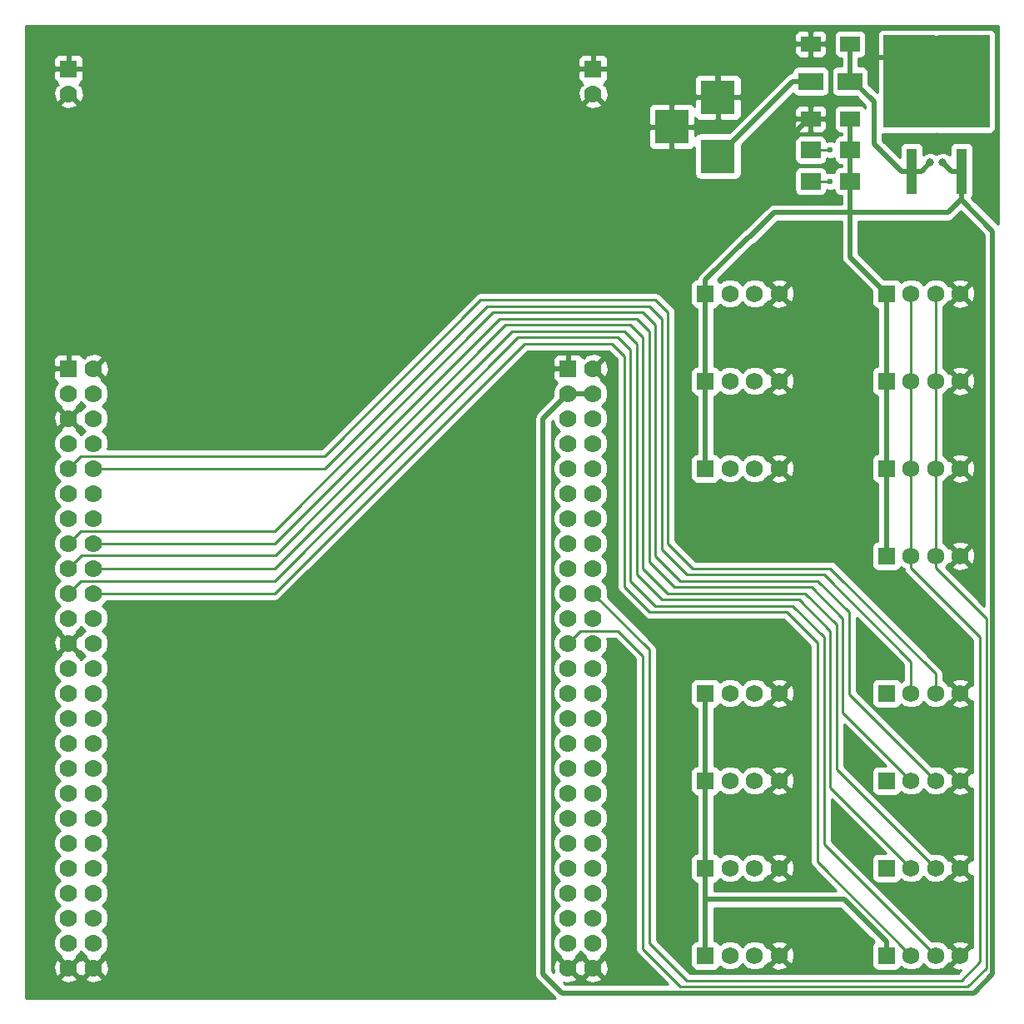
<source format=gtl>
G04 #@! TF.FileFunction,Copper,L1,Top,Signal*
%FSLAX46Y46*%
G04 Gerber Fmt 4.6, Leading zero omitted, Abs format (unit mm)*
G04 Created by KiCad (PCBNEW 4.0.7) date Tue Mar  6 11:31:25 2018*
%MOMM*%
%LPD*%
G01*
G04 APERTURE LIST*
%ADD10C,0.150000*%
%ADD11R,3.500000X3.500000*%
%ADD12R,2.000000X1.600000*%
%ADD13R,2.500000X1.800000*%
%ADD14R,1.750000X1.750000*%
%ADD15C,1.750000*%
%ADD16R,2.000000X1.700000*%
%ADD17R,1.100000X4.600000*%
%ADD18R,10.800000X9.400000*%
%ADD19R,5.250000X4.550000*%
%ADD20R,1.778000X1.778000*%
%ADD21C,1.778000*%
%ADD22C,0.800000*%
%ADD23C,0.600000*%
%ADD24C,0.500000*%
%ADD25C,0.250000*%
%ADD26C,0.254000*%
G04 APERTURE END LIST*
D10*
D11*
X71120000Y86360000D03*
X71120000Y92360000D03*
X66420000Y89360000D03*
D12*
X84550000Y97790000D03*
X80550000Y97790000D03*
X84550000Y90170000D03*
X80550000Y90170000D03*
D13*
X84550000Y93980000D03*
X80550000Y93980000D03*
D14*
X88265000Y5080000D03*
D15*
X90765000Y5080000D03*
X93265000Y5080000D03*
X95765000Y5080000D03*
D14*
X88265000Y13970000D03*
D15*
X90765000Y13970000D03*
X93265000Y13970000D03*
X95765000Y13970000D03*
D14*
X88265000Y22860000D03*
D15*
X90765000Y22860000D03*
X93265000Y22860000D03*
X95765000Y22860000D03*
D14*
X88265000Y31750000D03*
D15*
X90765000Y31750000D03*
X93265000Y31750000D03*
X95765000Y31750000D03*
D14*
X69850000Y54610000D03*
D15*
X72350000Y54610000D03*
X74850000Y54610000D03*
X77350000Y54610000D03*
D14*
X69850000Y63500000D03*
D15*
X72350000Y63500000D03*
X74850000Y63500000D03*
X77350000Y63500000D03*
D14*
X69850000Y72390000D03*
D15*
X72350000Y72390000D03*
X74850000Y72390000D03*
X77350000Y72390000D03*
D14*
X69850000Y5080000D03*
D15*
X72350000Y5080000D03*
X74850000Y5080000D03*
X77350000Y5080000D03*
D14*
X69850000Y13970000D03*
D15*
X72350000Y13970000D03*
X74850000Y13970000D03*
X77350000Y13970000D03*
D14*
X69850000Y22860000D03*
D15*
X72350000Y22860000D03*
X74850000Y22860000D03*
X77350000Y22860000D03*
D14*
X69850000Y31750000D03*
D15*
X72350000Y31750000D03*
X74850000Y31750000D03*
X77350000Y31750000D03*
D14*
X88265000Y72390000D03*
D15*
X90765000Y72390000D03*
X93265000Y72390000D03*
X95765000Y72390000D03*
D14*
X88265000Y63500000D03*
D15*
X90765000Y63500000D03*
X93265000Y63500000D03*
X95765000Y63500000D03*
D14*
X88265000Y54610000D03*
D15*
X90765000Y54610000D03*
X93265000Y54610000D03*
X95765000Y54610000D03*
D14*
X88265000Y45720000D03*
D15*
X90765000Y45720000D03*
X93265000Y45720000D03*
X95765000Y45720000D03*
D16*
X80550000Y83820000D03*
X84550000Y83820000D03*
X80550000Y86995000D03*
X84550000Y86995000D03*
D17*
X90805000Y84830000D03*
X95885000Y84830000D03*
D18*
X93345000Y93980000D03*
D19*
X96120000Y96405000D03*
X90570000Y91555000D03*
X90570000Y96405000D03*
X96120000Y91555000D03*
D20*
X5080000Y64770000D03*
D21*
X5080000Y62230000D03*
X5080000Y59690000D03*
X5080000Y57150000D03*
X5080000Y54610000D03*
X5080000Y52070000D03*
X5080000Y49530000D03*
X5080000Y46990000D03*
X5080000Y44450000D03*
X5080000Y41910000D03*
X5080000Y39370000D03*
X5080000Y36830000D03*
X5080000Y34290000D03*
X5080000Y31750000D03*
X5080000Y29210000D03*
X5080000Y26670000D03*
X5080000Y24130000D03*
X5080000Y21590000D03*
X5080000Y19050000D03*
X5080000Y16510000D03*
X5080000Y13970000D03*
X5080000Y11430000D03*
X5080000Y8890000D03*
X5080000Y6350000D03*
X5080000Y3810000D03*
X7620000Y64770000D03*
X7620000Y62230000D03*
X7620000Y59690000D03*
X7620000Y57150000D03*
X7620000Y54610000D03*
X7620000Y52070000D03*
X7620000Y49530000D03*
X7620000Y46990000D03*
X7620000Y44450000D03*
X7620000Y41910000D03*
X7620000Y39370000D03*
X7620000Y36830000D03*
X7620000Y34290000D03*
X7620000Y31750000D03*
X7620000Y29210000D03*
X7620000Y26670000D03*
X7620000Y24130000D03*
X7620000Y21590000D03*
X7620000Y19050000D03*
X7620000Y16510000D03*
X7620000Y13970000D03*
X7620000Y11430000D03*
X7620000Y8890000D03*
X7620000Y6350000D03*
X7620000Y3810000D03*
D20*
X55880000Y64770000D03*
D21*
X55880000Y62230000D03*
X55880000Y59690000D03*
X55880000Y57150000D03*
X55880000Y54610000D03*
X55880000Y52070000D03*
X55880000Y49530000D03*
X55880000Y46990000D03*
X55880000Y44450000D03*
X55880000Y41910000D03*
X55880000Y39370000D03*
X55880000Y36830000D03*
X55880000Y34290000D03*
X55880000Y31750000D03*
X55880000Y29210000D03*
X55880000Y26670000D03*
X55880000Y24130000D03*
X55880000Y21590000D03*
X55880000Y19050000D03*
X55880000Y16510000D03*
X55880000Y13970000D03*
X55880000Y11430000D03*
X55880000Y8890000D03*
X55880000Y6350000D03*
X55880000Y3810000D03*
X58420000Y64770000D03*
X58420000Y62230000D03*
X58420000Y59690000D03*
X58420000Y57150000D03*
X58420000Y54610000D03*
X58420000Y52070000D03*
X58420000Y49530000D03*
X58420000Y46990000D03*
X58420000Y44450000D03*
X58420000Y41910000D03*
X58420000Y39370000D03*
X58420000Y36830000D03*
X58420000Y34290000D03*
X58420000Y31750000D03*
X58420000Y29210000D03*
X58420000Y26670000D03*
X58420000Y24130000D03*
X58420000Y21590000D03*
X58420000Y19050000D03*
X58420000Y16510000D03*
X58420000Y13970000D03*
X58420000Y11430000D03*
X58420000Y8890000D03*
X58420000Y6350000D03*
X58420000Y3810000D03*
D20*
X5080000Y95250000D03*
D21*
X5080000Y92710000D03*
D20*
X58420000Y95250000D03*
D21*
X58420000Y92710000D03*
D22*
X92710000Y85725000D03*
X93980000Y85725000D03*
D23*
X82550000Y83820000D03*
X82550000Y86995000D03*
D24*
X90805000Y84830000D02*
X91815000Y84830000D01*
X91815000Y84830000D02*
X92710000Y85725000D01*
X86995000Y87590000D02*
X89755000Y84830000D01*
X84550000Y93980000D02*
X84900000Y93980000D01*
X84900000Y93980000D02*
X86995000Y91885000D01*
X86995000Y91885000D02*
X86995000Y87590000D01*
X89755000Y84830000D02*
X90805000Y84830000D01*
X84550000Y97790000D02*
X84550000Y93980000D01*
X86995000Y96855000D02*
X86995000Y97155000D01*
X90570000Y96405000D02*
X87445000Y96405000D01*
X87445000Y96405000D02*
X86995000Y96855000D01*
D25*
X80550000Y97790000D02*
X80550000Y98840000D01*
D24*
X69215000Y82550000D02*
X72730000Y82550000D01*
X72730000Y82550000D02*
X80350000Y90170000D01*
X80350000Y90170000D02*
X80550000Y90170000D01*
X66420000Y85345000D02*
X69215000Y82550000D01*
X66420000Y89360000D02*
X66420000Y85345000D01*
X91440000Y92305000D02*
X91790000Y92305000D01*
X91790000Y92305000D02*
X96640000Y97155000D01*
X96640000Y97155000D02*
X96990000Y97155000D01*
X91440000Y97155000D02*
X91790000Y97155000D01*
X91790000Y97155000D02*
X96640000Y92305000D01*
X96640000Y92305000D02*
X96990000Y92305000D01*
X96990000Y92305000D02*
X96990000Y97155000D01*
X96990000Y92305000D02*
X91440000Y92305000D01*
X91440000Y92305000D02*
X91440000Y97155000D01*
X96990000Y97155000D02*
X91440000Y97155000D01*
X71120000Y92360000D02*
X71120000Y94610000D01*
X74300000Y97790000D02*
X80550000Y97790000D01*
X71120000Y94610000D02*
X74300000Y97790000D01*
X66420000Y89360000D02*
X66420000Y91610000D01*
X66420000Y91610000D02*
X67170000Y92360000D01*
X67170000Y92360000D02*
X71120000Y92360000D01*
X94500000Y80645000D02*
X95885000Y82030000D01*
X84550000Y80645000D02*
X94500000Y80645000D01*
X74330000Y78140000D02*
X76835000Y80645000D01*
X84550000Y83820000D02*
X84550000Y80645000D01*
X84550000Y80645000D02*
X84550000Y76105000D01*
X76835000Y80645000D02*
X84550000Y80645000D01*
X95885000Y82030000D02*
X95885000Y84830000D01*
X88265000Y72390000D02*
X84550000Y76105000D01*
X74225000Y78140000D02*
X74330000Y78140000D01*
X95885000Y84830000D02*
X94875000Y84830000D01*
X94875000Y84830000D02*
X93980000Y85725000D01*
X95885000Y82030000D02*
X95885000Y81915000D01*
X99060000Y78740000D02*
X99060000Y3175000D01*
X95885000Y81915000D02*
X99060000Y78740000D01*
X95885000Y83080000D02*
X95885000Y84830000D01*
X55880000Y62230000D02*
X53340000Y59690000D01*
X53340000Y59690000D02*
X53340000Y3175000D01*
X53340000Y3175000D02*
X55245000Y1270000D01*
X55245000Y1270000D02*
X97155000Y1270000D01*
X97155000Y1270000D02*
X99060000Y3175000D01*
X55880000Y62230000D02*
X58420000Y62230000D01*
X84550000Y90170000D02*
X84550000Y83820000D01*
X84550000Y86995000D02*
X84550000Y83820000D01*
X83925000Y10795000D02*
X88265000Y6455000D01*
X88265000Y6455000D02*
X88265000Y5080000D01*
X69850000Y13970000D02*
X69850000Y10795000D01*
X69850000Y10795000D02*
X69850000Y5080000D01*
X83925000Y10795000D02*
X69850000Y10795000D01*
X69850000Y22860000D02*
X69850000Y13970000D01*
X69850000Y31750000D02*
X69850000Y22860000D01*
X69850000Y63500000D02*
X69850000Y54610000D01*
X69850000Y72390000D02*
X69850000Y63500000D01*
X88265000Y54610000D02*
X88265000Y45720000D01*
X88265000Y63500000D02*
X88265000Y54610000D01*
X74225000Y78140000D02*
X69850000Y73765000D01*
X69850000Y73765000D02*
X69850000Y72390000D01*
X88265000Y72390000D02*
X88265000Y63500000D01*
X80550000Y93980000D02*
X78740000Y93980000D01*
X78740000Y93980000D02*
X71120000Y86360000D01*
D25*
X7620000Y41910000D02*
X26035000Y41910000D01*
X61595000Y42545000D02*
X64135000Y40005000D01*
X78105000Y40005000D02*
X81240000Y36870000D01*
X26035000Y41910000D02*
X51435000Y67310000D01*
X51435000Y67310000D02*
X60325000Y67310000D01*
X61595000Y66040000D02*
X61595000Y42545000D01*
X81240000Y36870000D02*
X81240000Y14605000D01*
X60325000Y67310000D02*
X61595000Y66040000D01*
X64135000Y40005000D02*
X78105000Y40005000D01*
X81240000Y14605000D02*
X90765000Y5080000D01*
X5080000Y41910000D02*
X6350000Y43180000D01*
X6350000Y43180000D02*
X26035000Y43180000D01*
X26035000Y43180000D02*
X50800000Y67945000D01*
X81915000Y16430000D02*
X93265000Y5080000D01*
X50800000Y67945000D02*
X60960000Y67945000D01*
X60960000Y67945000D02*
X62230000Y66675000D01*
X62230000Y66675000D02*
X62230000Y43180000D01*
X62230000Y43180000D02*
X64770000Y40640000D01*
X64770000Y40640000D02*
X78740000Y40640000D01*
X78740000Y40640000D02*
X81915000Y37465000D01*
X81915000Y37465000D02*
X81915000Y16430000D01*
X62865000Y43815000D02*
X62865000Y67310000D01*
X7620000Y44450000D02*
X26035000Y44450000D01*
X26035000Y44450000D02*
X50165000Y68580000D01*
X50165000Y68580000D02*
X61595000Y68580000D01*
X61595000Y68580000D02*
X62865000Y67310000D01*
X90765000Y13970000D02*
X82550000Y22185000D01*
X65405000Y41275000D02*
X62865000Y43815000D01*
X82550000Y22185000D02*
X82550000Y38100000D01*
X82550000Y38100000D02*
X79375000Y41275000D01*
X79375000Y41275000D02*
X65405000Y41275000D01*
X6405999Y45775999D02*
X26090999Y45775999D01*
X63500000Y67945000D02*
X63500000Y44450000D01*
X5080000Y44450000D02*
X6405999Y45775999D01*
X26090999Y45775999D02*
X49530000Y69215000D01*
X49530000Y69215000D02*
X62230000Y69215000D01*
X62230000Y69215000D02*
X63500000Y67945000D01*
X83185000Y38735000D02*
X83185000Y24050000D01*
X63500000Y44450000D02*
X66040000Y41910000D01*
X66040000Y41910000D02*
X80010000Y41910000D01*
X80010000Y41910000D02*
X83185000Y38735000D01*
X83185000Y24050000D02*
X93265000Y13970000D01*
X64135000Y45085000D02*
X64135000Y68580000D01*
X62865000Y69850000D02*
X64135000Y68580000D01*
X48895000Y69850000D02*
X62865000Y69850000D01*
X48895000Y69850000D02*
X26035000Y46990000D01*
X7620000Y46990000D02*
X26035000Y46990000D01*
X90765000Y22860000D02*
X83820000Y29805000D01*
X83820000Y29805000D02*
X83820000Y39370000D01*
X83820000Y39370000D02*
X80645000Y42545000D01*
X80645000Y42545000D02*
X66675000Y42545000D01*
X66675000Y42545000D02*
X64135000Y45085000D01*
X64770000Y45720000D02*
X64770000Y69215000D01*
X63500000Y70485000D02*
X64770000Y69215000D01*
X48260000Y70485000D02*
X63500000Y70485000D01*
X48260000Y70485000D02*
X26035000Y48260000D01*
X26035000Y48260000D02*
X6350000Y48260000D01*
X6350000Y48260000D02*
X5080000Y46990000D01*
X93265000Y22860000D02*
X84455000Y31670000D01*
X84455000Y40005000D02*
X81280000Y43180000D01*
X84455000Y31670000D02*
X84455000Y40005000D01*
X81280000Y43180000D02*
X67310000Y43180000D01*
X67310000Y43180000D02*
X64770000Y45720000D01*
X65405000Y69850000D02*
X65405000Y46355000D01*
X7620000Y54610000D02*
X31115000Y54610000D01*
X31115000Y54610000D02*
X47625000Y71120000D01*
X47625000Y71120000D02*
X64135000Y71120000D01*
X64135000Y71120000D02*
X65405000Y69850000D01*
X65405000Y46355000D02*
X67945000Y43815000D01*
X67945000Y43815000D02*
X81915000Y43815000D01*
X81915000Y43815000D02*
X90765000Y34965000D01*
X90765000Y34965000D02*
X90765000Y31750000D01*
X5080000Y54610000D02*
X6350000Y55880000D01*
X93265000Y33735000D02*
X93265000Y31750000D01*
X6350000Y55880000D02*
X31115000Y55880000D01*
X31115000Y55880000D02*
X46990000Y71755000D01*
X64770000Y71755000D02*
X66040000Y70485000D01*
X46990000Y71755000D02*
X64770000Y71755000D01*
X66040000Y70485000D02*
X66040000Y46990000D01*
X68580000Y44450000D02*
X82550000Y44450000D01*
X66040000Y46990000D02*
X68580000Y44450000D01*
X82550000Y44450000D02*
X93265000Y33735000D01*
X58420000Y41910000D02*
X64135000Y36195000D01*
X64135000Y36195000D02*
X64135000Y6350000D01*
X90765000Y44482564D02*
X90765000Y45720000D01*
X64135000Y6350000D02*
X67945000Y2540000D01*
X67945000Y2540000D02*
X95885000Y2540000D01*
X95885000Y2540000D02*
X97790000Y4445000D01*
X97790000Y4445000D02*
X97790000Y37457564D01*
X97790000Y37457564D02*
X90765000Y44482564D01*
X90765000Y72390000D02*
X90765000Y63500000D01*
X90765000Y63500000D02*
X90765000Y54610000D01*
X90765000Y54610000D02*
X90765000Y45720000D01*
X82550000Y83820000D02*
X80550000Y83820000D01*
X93265000Y45720000D02*
X93265000Y44482564D01*
X98425000Y3810000D02*
X96520000Y1905000D01*
X93265000Y44482564D02*
X98425000Y39322564D01*
X98425000Y39322564D02*
X98425000Y3810000D01*
X96520000Y1905000D02*
X67310000Y1905000D01*
X67310000Y1905000D02*
X63500000Y5715000D01*
X63500000Y5715000D02*
X63500000Y35560000D01*
X63500000Y35560000D02*
X60960000Y38100000D01*
X60960000Y38100000D02*
X57150000Y38100000D01*
X57150000Y38100000D02*
X55880000Y36830000D01*
X82550000Y86995000D02*
X80550000Y86995000D01*
X93265000Y72390000D02*
X93265000Y63500000D01*
X93265000Y63500000D02*
X93265000Y54610000D01*
X93265000Y54610000D02*
X93265000Y45720000D01*
D26*
G36*
X99620000Y79431579D02*
X96926720Y82124860D01*
X97031431Y82278110D01*
X97082440Y82530000D01*
X97082440Y87130000D01*
X97038162Y87365317D01*
X96899090Y87581441D01*
X96686890Y87726431D01*
X96435000Y87777440D01*
X95335000Y87777440D01*
X95099683Y87733162D01*
X94883559Y87594090D01*
X94738569Y87381890D01*
X94687560Y87130000D01*
X94687560Y86481195D01*
X94567046Y86601919D01*
X94186777Y86759820D01*
X93775029Y86760179D01*
X93394485Y86602942D01*
X93345169Y86553712D01*
X93297046Y86601919D01*
X92916777Y86759820D01*
X92505029Y86760179D01*
X92124485Y86602942D01*
X92002440Y86481110D01*
X92002440Y87130000D01*
X91958162Y87365317D01*
X91819090Y87581441D01*
X91606890Y87726431D01*
X91355000Y87777440D01*
X90255000Y87777440D01*
X90019683Y87733162D01*
X89803559Y87594090D01*
X89658569Y87381890D01*
X89607560Y87130000D01*
X89607560Y86229019D01*
X87880000Y87956580D01*
X87880000Y88645000D01*
X93321310Y88645000D01*
X93345000Y88654813D01*
X93368690Y88645000D01*
X98871310Y88645000D01*
X99104699Y88741673D01*
X99283327Y88920302D01*
X99380000Y89153691D01*
X99380000Y93956309D01*
X99370187Y93980000D01*
X99380000Y94003691D01*
X99380000Y98806309D01*
X99283327Y99039698D01*
X99104699Y99218327D01*
X98871310Y99315000D01*
X93368690Y99315000D01*
X93345000Y99305187D01*
X93321310Y99315000D01*
X87818690Y99315000D01*
X87585301Y99218327D01*
X87406673Y99039698D01*
X87310000Y98806309D01*
X87310000Y94003691D01*
X87319813Y93980000D01*
X87310000Y93956309D01*
X87310000Y92821579D01*
X86447440Y93684140D01*
X86447440Y94880000D01*
X86403162Y95115317D01*
X86264090Y95331441D01*
X86051890Y95476431D01*
X85800000Y95527440D01*
X85435000Y95527440D01*
X85435000Y96342560D01*
X85550000Y96342560D01*
X85785317Y96386838D01*
X86001441Y96525910D01*
X86146431Y96738110D01*
X86197440Y96990000D01*
X86197440Y98590000D01*
X86153162Y98825317D01*
X86014090Y99041441D01*
X85801890Y99186431D01*
X85550000Y99237440D01*
X83550000Y99237440D01*
X83314683Y99193162D01*
X83098559Y99054090D01*
X82953569Y98841890D01*
X82902560Y98590000D01*
X82902560Y96990000D01*
X82946838Y96754683D01*
X83085910Y96538559D01*
X83298110Y96393569D01*
X83550000Y96342560D01*
X83665000Y96342560D01*
X83665000Y95527440D01*
X83300000Y95527440D01*
X83064683Y95483162D01*
X82848559Y95344090D01*
X82703569Y95131890D01*
X82652560Y94880000D01*
X82652560Y93080000D01*
X82696838Y92844683D01*
X82835910Y92628559D01*
X83048110Y92483569D01*
X83300000Y92432560D01*
X85195860Y92432560D01*
X86110000Y91518421D01*
X86110000Y91272393D01*
X86014090Y91421441D01*
X85801890Y91566431D01*
X85550000Y91617440D01*
X83550000Y91617440D01*
X83314683Y91573162D01*
X83098559Y91434090D01*
X82953569Y91221890D01*
X82902560Y90970000D01*
X82902560Y89370000D01*
X82946838Y89134683D01*
X83085910Y88918559D01*
X83298110Y88773569D01*
X83550000Y88722560D01*
X83665000Y88722560D01*
X83665000Y88492440D01*
X83550000Y88492440D01*
X83314683Y88448162D01*
X83098559Y88309090D01*
X82953569Y88096890D01*
X82905550Y87859766D01*
X82736799Y87929838D01*
X82364833Y87930162D01*
X82194647Y87859843D01*
X82153162Y88080317D01*
X82014090Y88296441D01*
X81801890Y88441431D01*
X81550000Y88492440D01*
X79550000Y88492440D01*
X79314683Y88448162D01*
X79098559Y88309090D01*
X78953569Y88096890D01*
X78902560Y87845000D01*
X78902560Y86145000D01*
X78946838Y85909683D01*
X79085910Y85693559D01*
X79298110Y85548569D01*
X79550000Y85497560D01*
X81550000Y85497560D01*
X81785317Y85541838D01*
X82001441Y85680910D01*
X82146431Y85893110D01*
X82194450Y86130234D01*
X82363201Y86060162D01*
X82735167Y86059838D01*
X82905353Y86130157D01*
X82946838Y85909683D01*
X83085910Y85693559D01*
X83298110Y85548569D01*
X83550000Y85497560D01*
X83665000Y85497560D01*
X83665000Y85317440D01*
X83550000Y85317440D01*
X83314683Y85273162D01*
X83098559Y85134090D01*
X82953569Y84921890D01*
X82905550Y84684766D01*
X82736799Y84754838D01*
X82364833Y84755162D01*
X82194647Y84684843D01*
X82153162Y84905317D01*
X82014090Y85121441D01*
X81801890Y85266431D01*
X81550000Y85317440D01*
X79550000Y85317440D01*
X79314683Y85273162D01*
X79098559Y85134090D01*
X78953569Y84921890D01*
X78902560Y84670000D01*
X78902560Y82970000D01*
X78946838Y82734683D01*
X79085910Y82518559D01*
X79298110Y82373569D01*
X79550000Y82322560D01*
X81550000Y82322560D01*
X81785317Y82366838D01*
X82001441Y82505910D01*
X82146431Y82718110D01*
X82194450Y82955234D01*
X82363201Y82885162D01*
X82735167Y82884838D01*
X82905353Y82955157D01*
X82946838Y82734683D01*
X83085910Y82518559D01*
X83298110Y82373569D01*
X83550000Y82322560D01*
X83665000Y82322560D01*
X83665000Y81530000D01*
X76835005Y81530000D01*
X76835000Y81530001D01*
X76552516Y81473810D01*
X76496325Y81462633D01*
X76209210Y81270790D01*
X76209208Y81270787D01*
X73898469Y78960049D01*
X73886325Y78957633D01*
X73599210Y78765790D01*
X73599208Y78765787D01*
X69224210Y74390790D01*
X69032367Y74103675D01*
X69032367Y74103674D01*
X68994327Y73912440D01*
X68975000Y73912440D01*
X68739683Y73868162D01*
X68523559Y73729090D01*
X68378569Y73516890D01*
X68327560Y73265000D01*
X68327560Y71515000D01*
X68371838Y71279683D01*
X68510910Y71063559D01*
X68723110Y70918569D01*
X68965000Y70869585D01*
X68965000Y65020558D01*
X68739683Y64978162D01*
X68523559Y64839090D01*
X68378569Y64626890D01*
X68327560Y64375000D01*
X68327560Y62625000D01*
X68371838Y62389683D01*
X68510910Y62173559D01*
X68723110Y62028569D01*
X68965000Y61979585D01*
X68965000Y56130558D01*
X68739683Y56088162D01*
X68523559Y55949090D01*
X68378569Y55736890D01*
X68327560Y55485000D01*
X68327560Y53735000D01*
X68371838Y53499683D01*
X68510910Y53283559D01*
X68723110Y53138569D01*
X68975000Y53087560D01*
X70725000Y53087560D01*
X70960317Y53131838D01*
X71176441Y53270910D01*
X71321431Y53483110D01*
X71324786Y53499676D01*
X71493537Y53330630D01*
X72048325Y53100262D01*
X72649040Y53099738D01*
X73204229Y53329138D01*
X73600318Y53724536D01*
X73993537Y53330630D01*
X74548325Y53100262D01*
X75149040Y53099738D01*
X75704229Y53329138D01*
X75923413Y53547940D01*
X76467545Y53547940D01*
X76550884Y53294047D01*
X77115306Y53088410D01*
X77715458Y53114421D01*
X78149116Y53294047D01*
X78232455Y53547940D01*
X77350000Y54430395D01*
X76467545Y53547940D01*
X75923413Y53547940D01*
X76129370Y53753537D01*
X76138892Y53776469D01*
X76287940Y53727545D01*
X77170395Y54610000D01*
X77529605Y54610000D01*
X78412060Y53727545D01*
X78665953Y53810884D01*
X78871590Y54375306D01*
X78845579Y54975458D01*
X78665953Y55409116D01*
X78412060Y55492455D01*
X77529605Y54610000D01*
X77170395Y54610000D01*
X76287940Y55492455D01*
X76139352Y55443682D01*
X76130862Y55464229D01*
X75923394Y55672060D01*
X76467545Y55672060D01*
X77350000Y54789605D01*
X78232455Y55672060D01*
X78149116Y55925953D01*
X77584694Y56131590D01*
X76984542Y56105579D01*
X76550884Y55925953D01*
X76467545Y55672060D01*
X75923394Y55672060D01*
X75706463Y55889370D01*
X75151675Y56119738D01*
X74550960Y56120262D01*
X73995771Y55890862D01*
X73599682Y55495464D01*
X73206463Y55889370D01*
X72651675Y56119738D01*
X72050960Y56120262D01*
X71495771Y55890862D01*
X71326897Y55722283D01*
X71189090Y55936441D01*
X70976890Y56081431D01*
X70735000Y56130415D01*
X70735000Y61979442D01*
X70960317Y62021838D01*
X71176441Y62160910D01*
X71321431Y62373110D01*
X71324786Y62389676D01*
X71493537Y62220630D01*
X72048325Y61990262D01*
X72649040Y61989738D01*
X73204229Y62219138D01*
X73600318Y62614536D01*
X73993537Y62220630D01*
X74548325Y61990262D01*
X75149040Y61989738D01*
X75704229Y62219138D01*
X75923413Y62437940D01*
X76467545Y62437940D01*
X76550884Y62184047D01*
X77115306Y61978410D01*
X77715458Y62004421D01*
X78149116Y62184047D01*
X78232455Y62437940D01*
X77350000Y63320395D01*
X76467545Y62437940D01*
X75923413Y62437940D01*
X76129370Y62643537D01*
X76138892Y62666469D01*
X76287940Y62617545D01*
X77170395Y63500000D01*
X77529605Y63500000D01*
X78412060Y62617545D01*
X78665953Y62700884D01*
X78871590Y63265306D01*
X78845579Y63865458D01*
X78665953Y64299116D01*
X78412060Y64382455D01*
X77529605Y63500000D01*
X77170395Y63500000D01*
X76287940Y64382455D01*
X76139352Y64333682D01*
X76130862Y64354229D01*
X75923394Y64562060D01*
X76467545Y64562060D01*
X77350000Y63679605D01*
X78232455Y64562060D01*
X78149116Y64815953D01*
X77584694Y65021590D01*
X76984542Y64995579D01*
X76550884Y64815953D01*
X76467545Y64562060D01*
X75923394Y64562060D01*
X75706463Y64779370D01*
X75151675Y65009738D01*
X74550960Y65010262D01*
X73995771Y64780862D01*
X73599682Y64385464D01*
X73206463Y64779370D01*
X72651675Y65009738D01*
X72050960Y65010262D01*
X71495771Y64780862D01*
X71326897Y64612283D01*
X71189090Y64826441D01*
X70976890Y64971431D01*
X70735000Y65020415D01*
X70735000Y70869442D01*
X70960317Y70911838D01*
X71176441Y71050910D01*
X71321431Y71263110D01*
X71324786Y71279676D01*
X71493537Y71110630D01*
X72048325Y70880262D01*
X72649040Y70879738D01*
X73204229Y71109138D01*
X73600318Y71504536D01*
X73993537Y71110630D01*
X74548325Y70880262D01*
X75149040Y70879738D01*
X75704229Y71109138D01*
X75923413Y71327940D01*
X76467545Y71327940D01*
X76550884Y71074047D01*
X77115306Y70868410D01*
X77715458Y70894421D01*
X78149116Y71074047D01*
X78232455Y71327940D01*
X77350000Y72210395D01*
X76467545Y71327940D01*
X75923413Y71327940D01*
X76129370Y71533537D01*
X76138892Y71556469D01*
X76287940Y71507545D01*
X77170395Y72390000D01*
X77529605Y72390000D01*
X78412060Y71507545D01*
X78665953Y71590884D01*
X78871590Y72155306D01*
X78845579Y72755458D01*
X78665953Y73189116D01*
X78412060Y73272455D01*
X77529605Y72390000D01*
X77170395Y72390000D01*
X76287940Y73272455D01*
X76139352Y73223682D01*
X76130862Y73244229D01*
X75923394Y73452060D01*
X76467545Y73452060D01*
X77350000Y72569605D01*
X78232455Y73452060D01*
X78149116Y73705953D01*
X77584694Y73911590D01*
X76984542Y73885579D01*
X76550884Y73705953D01*
X76467545Y73452060D01*
X75923394Y73452060D01*
X75706463Y73669370D01*
X75151675Y73899738D01*
X74550960Y73900262D01*
X73995771Y73670862D01*
X73599682Y73275464D01*
X73206463Y73669370D01*
X72651675Y73899738D01*
X72050960Y73900262D01*
X71495771Y73670862D01*
X71326897Y73502283D01*
X71189090Y73716441D01*
X71108254Y73771674D01*
X74656530Y77319951D01*
X74668675Y77322367D01*
X74955790Y77514210D01*
X77201579Y79760000D01*
X83665000Y79760000D01*
X83665000Y76105005D01*
X83664999Y76105000D01*
X83721190Y75822516D01*
X83732367Y75766325D01*
X83924210Y75479210D01*
X86742560Y72660861D01*
X86742560Y71515000D01*
X86786838Y71279683D01*
X86925910Y71063559D01*
X87138110Y70918569D01*
X87380000Y70869585D01*
X87380000Y65020558D01*
X87154683Y64978162D01*
X86938559Y64839090D01*
X86793569Y64626890D01*
X86742560Y64375000D01*
X86742560Y62625000D01*
X86786838Y62389683D01*
X86925910Y62173559D01*
X87138110Y62028569D01*
X87380000Y61979585D01*
X87380000Y56130558D01*
X87154683Y56088162D01*
X86938559Y55949090D01*
X86793569Y55736890D01*
X86742560Y55485000D01*
X86742560Y53735000D01*
X86786838Y53499683D01*
X86925910Y53283559D01*
X87138110Y53138569D01*
X87380000Y53089585D01*
X87380000Y47240558D01*
X87154683Y47198162D01*
X86938559Y47059090D01*
X86793569Y46846890D01*
X86742560Y46595000D01*
X86742560Y44845000D01*
X86786838Y44609683D01*
X86925910Y44393559D01*
X87138110Y44248569D01*
X87390000Y44197560D01*
X89140000Y44197560D01*
X89375317Y44241838D01*
X89591441Y44380910D01*
X89736431Y44593110D01*
X89739786Y44609676D01*
X89908537Y44440630D01*
X90022777Y44393193D01*
X90062852Y44191725D01*
X90227599Y43945163D01*
X97030000Y37142762D01*
X97030000Y32565841D01*
X96827060Y32632455D01*
X95944605Y31750000D01*
X96827060Y30867545D01*
X97030000Y30934159D01*
X97030000Y23675841D01*
X96827060Y23742455D01*
X95944605Y22860000D01*
X96827060Y21977545D01*
X97030000Y22044159D01*
X97030000Y14785841D01*
X96827060Y14852455D01*
X95944605Y13970000D01*
X96827060Y13087545D01*
X97030000Y13154159D01*
X97030000Y5895841D01*
X96827060Y5962455D01*
X95944605Y5080000D01*
X95958748Y5065857D01*
X95779143Y4886252D01*
X95765000Y4900395D01*
X94882545Y4017940D01*
X94965884Y3764047D01*
X95530306Y3558410D01*
X95842122Y3571924D01*
X95570198Y3300000D01*
X68259802Y3300000D01*
X64895000Y6664802D01*
X64895000Y36195000D01*
X64837148Y36485839D01*
X64810629Y36525528D01*
X64672402Y36732401D01*
X59901350Y41503453D01*
X59943735Y41605528D01*
X59944264Y42211812D01*
X59712738Y42772149D01*
X59305263Y43180336D01*
X59711231Y43585596D01*
X59943735Y44145528D01*
X59944264Y44751812D01*
X59712738Y45312149D01*
X59305263Y45720336D01*
X59711231Y46125596D01*
X59943735Y46685528D01*
X59944264Y47291812D01*
X59712738Y47852149D01*
X59305263Y48260336D01*
X59711231Y48665596D01*
X59943735Y49225528D01*
X59944264Y49831812D01*
X59712738Y50392149D01*
X59305263Y50800336D01*
X59711231Y51205596D01*
X59943735Y51765528D01*
X59944264Y52371812D01*
X59712738Y52932149D01*
X59305263Y53340336D01*
X59711231Y53745596D01*
X59943735Y54305528D01*
X59944264Y54911812D01*
X59712738Y55472149D01*
X59305263Y55880336D01*
X59711231Y56285596D01*
X59943735Y56845528D01*
X59944264Y57451812D01*
X59712738Y58012149D01*
X59305263Y58420336D01*
X59711231Y58825596D01*
X59943735Y59385528D01*
X59944264Y59991812D01*
X59712738Y60552149D01*
X59305263Y60960336D01*
X59711231Y61365596D01*
X59943735Y61925528D01*
X59944264Y62531812D01*
X59712738Y63092149D01*
X59284404Y63521231D01*
X59257494Y63532405D01*
X59312591Y63697804D01*
X58420000Y64590395D01*
X58405858Y64576252D01*
X58226253Y64755857D01*
X58240395Y64770000D01*
X58599605Y64770000D01*
X59492196Y63877409D01*
X59747539Y63962467D01*
X59955516Y64531965D01*
X59929723Y65137700D01*
X59747539Y65577533D01*
X59492196Y65662591D01*
X58599605Y64770000D01*
X58240395Y64770000D01*
X58226253Y64784142D01*
X58405858Y64963747D01*
X58420000Y64949605D01*
X59312591Y65842196D01*
X59227533Y66097539D01*
X58658035Y66305516D01*
X58052300Y66279723D01*
X57612467Y66097539D01*
X57527410Y65842198D01*
X57412820Y65956788D01*
X57356359Y65900327D01*
X57307327Y66018699D01*
X57128698Y66197327D01*
X56895309Y66294000D01*
X56165750Y66294000D01*
X56007000Y66135250D01*
X56007000Y64897000D01*
X56027000Y64897000D01*
X56027000Y64643000D01*
X56007000Y64643000D01*
X56007000Y64623000D01*
X55753000Y64623000D01*
X55753000Y64643000D01*
X54514750Y64643000D01*
X54356000Y64484250D01*
X54356000Y63754690D01*
X54452673Y63521301D01*
X54631302Y63342673D01*
X54777011Y63282318D01*
X54588769Y63094404D01*
X54356265Y62534472D01*
X54355761Y61957341D01*
X52714210Y60315790D01*
X52522367Y60028675D01*
X52511190Y59972484D01*
X52454999Y59690000D01*
X52455000Y59689995D01*
X52455000Y3175005D01*
X52454999Y3175000D01*
X52479864Y3050000D01*
X52522367Y2836325D01*
X52636842Y2665000D01*
X52714210Y2549210D01*
X54553421Y710000D01*
X710000Y710000D01*
X710000Y2737804D01*
X4187409Y2737804D01*
X4272467Y2482461D01*
X4841965Y2274484D01*
X5447700Y2300277D01*
X5887533Y2482461D01*
X5972591Y2737804D01*
X6727409Y2737804D01*
X6812467Y2482461D01*
X7381965Y2274484D01*
X7987700Y2300277D01*
X8427533Y2482461D01*
X8512591Y2737804D01*
X7620000Y3630395D01*
X6727409Y2737804D01*
X5972591Y2737804D01*
X5080000Y3630395D01*
X4187409Y2737804D01*
X710000Y2737804D01*
X710000Y4048035D01*
X3544484Y4048035D01*
X3570277Y3442300D01*
X3752461Y3002467D01*
X4007804Y2917409D01*
X4900395Y3810000D01*
X5259605Y3810000D01*
X6152196Y2917409D01*
X6350000Y2983300D01*
X6547804Y2917409D01*
X7440395Y3810000D01*
X7799605Y3810000D01*
X8692196Y2917409D01*
X8947539Y3002467D01*
X9155516Y3571965D01*
X9129723Y4177700D01*
X8947539Y4617533D01*
X8692196Y4702591D01*
X7799605Y3810000D01*
X7440395Y3810000D01*
X6547804Y4702591D01*
X6350000Y4636700D01*
X6152196Y4702591D01*
X5259605Y3810000D01*
X4900395Y3810000D01*
X4007804Y4702591D01*
X3752461Y4617533D01*
X3544484Y4048035D01*
X710000Y4048035D01*
X710000Y37068035D01*
X3544484Y37068035D01*
X3570277Y36462300D01*
X3752461Y36022467D01*
X4007804Y35937409D01*
X4900395Y36830000D01*
X4007804Y37722591D01*
X3752461Y37637533D01*
X3544484Y37068035D01*
X710000Y37068035D01*
X710000Y59928035D01*
X3544484Y59928035D01*
X3570277Y59322300D01*
X3752461Y58882467D01*
X4007804Y58797409D01*
X4900395Y59690000D01*
X4007804Y60582591D01*
X3752461Y60497533D01*
X3544484Y59928035D01*
X710000Y59928035D01*
X710000Y61928188D01*
X3555736Y61928188D01*
X3787262Y61367851D01*
X4215596Y60938769D01*
X4242506Y60927595D01*
X4187409Y60762196D01*
X5080000Y59869605D01*
X5972591Y60762196D01*
X5917647Y60927138D01*
X5942149Y60937262D01*
X6350336Y61344737D01*
X6734737Y60959664D01*
X6328769Y60554404D01*
X6317595Y60527494D01*
X6152196Y60582591D01*
X5259605Y59690000D01*
X6152196Y58797409D01*
X6317138Y58852353D01*
X6327262Y58827851D01*
X6734737Y58419664D01*
X6349664Y58035263D01*
X5944404Y58441231D01*
X5917494Y58452405D01*
X5972591Y58617804D01*
X5080000Y59510395D01*
X4187409Y58617804D01*
X4242353Y58452862D01*
X4217851Y58442738D01*
X3788769Y58014404D01*
X3556265Y57454472D01*
X3555736Y56848188D01*
X3787262Y56287851D01*
X4194737Y55879664D01*
X3788769Y55474404D01*
X3556265Y54914472D01*
X3555736Y54308188D01*
X3787262Y53747851D01*
X4194737Y53339664D01*
X3788769Y52934404D01*
X3556265Y52374472D01*
X3555736Y51768188D01*
X3787262Y51207851D01*
X4194737Y50799664D01*
X3788769Y50394404D01*
X3556265Y49834472D01*
X3555736Y49228188D01*
X3787262Y48667851D01*
X4194737Y48259664D01*
X3788769Y47854404D01*
X3556265Y47294472D01*
X3555736Y46688188D01*
X3787262Y46127851D01*
X4194737Y45719664D01*
X3788769Y45314404D01*
X3556265Y44754472D01*
X3555736Y44148188D01*
X3787262Y43587851D01*
X4194737Y43179664D01*
X3788769Y42774404D01*
X3556265Y42214472D01*
X3555736Y41608188D01*
X3787262Y41047851D01*
X4194737Y40639664D01*
X3788769Y40234404D01*
X3556265Y39674472D01*
X3555736Y39068188D01*
X3787262Y38507851D01*
X4215596Y38078769D01*
X4242506Y38067595D01*
X4187409Y37902196D01*
X5080000Y37009605D01*
X5972591Y37902196D01*
X5917647Y38067138D01*
X5942149Y38077262D01*
X6350336Y38484737D01*
X6734737Y38099664D01*
X6328769Y37694404D01*
X6317595Y37667494D01*
X6152196Y37722591D01*
X5259605Y36830000D01*
X6152196Y35937409D01*
X6317138Y35992353D01*
X6327262Y35967851D01*
X6734737Y35559664D01*
X6349664Y35175263D01*
X5944404Y35581231D01*
X5917494Y35592405D01*
X5972591Y35757804D01*
X5080000Y36650395D01*
X4187409Y35757804D01*
X4242353Y35592862D01*
X4217851Y35582738D01*
X3788769Y35154404D01*
X3556265Y34594472D01*
X3555736Y33988188D01*
X3787262Y33427851D01*
X4194737Y33019664D01*
X3788769Y32614404D01*
X3556265Y32054472D01*
X3555736Y31448188D01*
X3787262Y30887851D01*
X4194737Y30479664D01*
X3788769Y30074404D01*
X3556265Y29514472D01*
X3555736Y28908188D01*
X3787262Y28347851D01*
X4194737Y27939664D01*
X3788769Y27534404D01*
X3556265Y26974472D01*
X3555736Y26368188D01*
X3787262Y25807851D01*
X4194737Y25399664D01*
X3788769Y24994404D01*
X3556265Y24434472D01*
X3555736Y23828188D01*
X3787262Y23267851D01*
X4194737Y22859664D01*
X3788769Y22454404D01*
X3556265Y21894472D01*
X3555736Y21288188D01*
X3787262Y20727851D01*
X4194737Y20319664D01*
X3788769Y19914404D01*
X3556265Y19354472D01*
X3555736Y18748188D01*
X3787262Y18187851D01*
X4194737Y17779664D01*
X3788769Y17374404D01*
X3556265Y16814472D01*
X3555736Y16208188D01*
X3787262Y15647851D01*
X4194737Y15239664D01*
X3788769Y14834404D01*
X3556265Y14274472D01*
X3555736Y13668188D01*
X3787262Y13107851D01*
X4194737Y12699664D01*
X3788769Y12294404D01*
X3556265Y11734472D01*
X3555736Y11128188D01*
X3787262Y10567851D01*
X4194737Y10159664D01*
X3788769Y9754404D01*
X3556265Y9194472D01*
X3555736Y8588188D01*
X3787262Y8027851D01*
X4194737Y7619664D01*
X3788769Y7214404D01*
X3556265Y6654472D01*
X3555736Y6048188D01*
X3787262Y5487851D01*
X4215596Y5058769D01*
X4242506Y5047595D01*
X4187409Y4882196D01*
X5080000Y3989605D01*
X5972591Y4882196D01*
X5917647Y5047138D01*
X5942149Y5057262D01*
X6350336Y5464737D01*
X6755596Y5058769D01*
X6782506Y5047595D01*
X6727409Y4882196D01*
X7620000Y3989605D01*
X8512591Y4882196D01*
X8457647Y5047138D01*
X8482149Y5057262D01*
X8911231Y5485596D01*
X9143735Y6045528D01*
X9144264Y6651812D01*
X8912738Y7212149D01*
X8505263Y7620336D01*
X8911231Y8025596D01*
X9143735Y8585528D01*
X9144264Y9191812D01*
X8912738Y9752149D01*
X8505263Y10160336D01*
X8911231Y10565596D01*
X9143735Y11125528D01*
X9144264Y11731812D01*
X8912738Y12292149D01*
X8505263Y12700336D01*
X8911231Y13105596D01*
X9143735Y13665528D01*
X9144264Y14271812D01*
X8912738Y14832149D01*
X8505263Y15240336D01*
X8911231Y15645596D01*
X9143735Y16205528D01*
X9144264Y16811812D01*
X8912738Y17372149D01*
X8505263Y17780336D01*
X8911231Y18185596D01*
X9143735Y18745528D01*
X9144264Y19351812D01*
X8912738Y19912149D01*
X8505263Y20320336D01*
X8911231Y20725596D01*
X9143735Y21285528D01*
X9144264Y21891812D01*
X8912738Y22452149D01*
X8505263Y22860336D01*
X8911231Y23265596D01*
X9143735Y23825528D01*
X9144264Y24431812D01*
X8912738Y24992149D01*
X8505263Y25400336D01*
X8911231Y25805596D01*
X9143735Y26365528D01*
X9144264Y26971812D01*
X8912738Y27532149D01*
X8505263Y27940336D01*
X8911231Y28345596D01*
X9143735Y28905528D01*
X9144264Y29511812D01*
X8912738Y30072149D01*
X8505263Y30480336D01*
X8911231Y30885596D01*
X9143735Y31445528D01*
X9144264Y32051812D01*
X8912738Y32612149D01*
X8505263Y33020336D01*
X8911231Y33425596D01*
X9143735Y33985528D01*
X9144264Y34591812D01*
X8912738Y35152149D01*
X8505263Y35560336D01*
X8911231Y35965596D01*
X9143735Y36525528D01*
X9144264Y37131812D01*
X8912738Y37692149D01*
X8505263Y38100336D01*
X8911231Y38505596D01*
X9143735Y39065528D01*
X9144264Y39671812D01*
X8912738Y40232149D01*
X8505263Y40640336D01*
X8911231Y41045596D01*
X8954583Y41150000D01*
X26035000Y41150000D01*
X26325839Y41207852D01*
X26572401Y41372599D01*
X50985112Y65785310D01*
X54356000Y65785310D01*
X54356000Y65055750D01*
X54514750Y64897000D01*
X55753000Y64897000D01*
X55753000Y66135250D01*
X55594250Y66294000D01*
X54864691Y66294000D01*
X54631302Y66197327D01*
X54452673Y66018699D01*
X54356000Y65785310D01*
X50985112Y65785310D01*
X51749802Y66550000D01*
X60010198Y66550000D01*
X60835000Y65725198D01*
X60835000Y42545000D01*
X60892852Y42254161D01*
X61057599Y42007599D01*
X63597599Y39467599D01*
X63844160Y39302852D01*
X63892414Y39293254D01*
X64135000Y39245000D01*
X77790198Y39245000D01*
X80480000Y36555198D01*
X80480000Y14605000D01*
X80537852Y14314161D01*
X80702599Y14067599D01*
X83090198Y11680000D01*
X70735000Y11680000D01*
X70735000Y12449442D01*
X70960317Y12491838D01*
X71176441Y12630910D01*
X71321431Y12843110D01*
X71324786Y12859676D01*
X71493537Y12690630D01*
X72048325Y12460262D01*
X72649040Y12459738D01*
X73204229Y12689138D01*
X73600318Y13084536D01*
X73993537Y12690630D01*
X74548325Y12460262D01*
X75149040Y12459738D01*
X75704229Y12689138D01*
X75923413Y12907940D01*
X76467545Y12907940D01*
X76550884Y12654047D01*
X77115306Y12448410D01*
X77715458Y12474421D01*
X78149116Y12654047D01*
X78232455Y12907940D01*
X77350000Y13790395D01*
X76467545Y12907940D01*
X75923413Y12907940D01*
X76129370Y13113537D01*
X76138892Y13136469D01*
X76287940Y13087545D01*
X77170395Y13970000D01*
X77529605Y13970000D01*
X78412060Y13087545D01*
X78665953Y13170884D01*
X78871590Y13735306D01*
X78845579Y14335458D01*
X78665953Y14769116D01*
X78412060Y14852455D01*
X77529605Y13970000D01*
X77170395Y13970000D01*
X76287940Y14852455D01*
X76139352Y14803682D01*
X76130862Y14824229D01*
X75923394Y15032060D01*
X76467545Y15032060D01*
X77350000Y14149605D01*
X78232455Y15032060D01*
X78149116Y15285953D01*
X77584694Y15491590D01*
X76984542Y15465579D01*
X76550884Y15285953D01*
X76467545Y15032060D01*
X75923394Y15032060D01*
X75706463Y15249370D01*
X75151675Y15479738D01*
X74550960Y15480262D01*
X73995771Y15250862D01*
X73599682Y14855464D01*
X73206463Y15249370D01*
X72651675Y15479738D01*
X72050960Y15480262D01*
X71495771Y15250862D01*
X71326897Y15082283D01*
X71189090Y15296441D01*
X70976890Y15441431D01*
X70735000Y15490415D01*
X70735000Y21339442D01*
X70960317Y21381838D01*
X71176441Y21520910D01*
X71321431Y21733110D01*
X71324786Y21749676D01*
X71493537Y21580630D01*
X72048325Y21350262D01*
X72649040Y21349738D01*
X73204229Y21579138D01*
X73600318Y21974536D01*
X73993537Y21580630D01*
X74548325Y21350262D01*
X75149040Y21349738D01*
X75704229Y21579138D01*
X75923413Y21797940D01*
X76467545Y21797940D01*
X76550884Y21544047D01*
X77115306Y21338410D01*
X77715458Y21364421D01*
X78149116Y21544047D01*
X78232455Y21797940D01*
X77350000Y22680395D01*
X76467545Y21797940D01*
X75923413Y21797940D01*
X76129370Y22003537D01*
X76138892Y22026469D01*
X76287940Y21977545D01*
X77170395Y22860000D01*
X77529605Y22860000D01*
X78412060Y21977545D01*
X78665953Y22060884D01*
X78871590Y22625306D01*
X78845579Y23225458D01*
X78665953Y23659116D01*
X78412060Y23742455D01*
X77529605Y22860000D01*
X77170395Y22860000D01*
X76287940Y23742455D01*
X76139352Y23693682D01*
X76130862Y23714229D01*
X75923394Y23922060D01*
X76467545Y23922060D01*
X77350000Y23039605D01*
X78232455Y23922060D01*
X78149116Y24175953D01*
X77584694Y24381590D01*
X76984542Y24355579D01*
X76550884Y24175953D01*
X76467545Y23922060D01*
X75923394Y23922060D01*
X75706463Y24139370D01*
X75151675Y24369738D01*
X74550960Y24370262D01*
X73995771Y24140862D01*
X73599682Y23745464D01*
X73206463Y24139370D01*
X72651675Y24369738D01*
X72050960Y24370262D01*
X71495771Y24140862D01*
X71326897Y23972283D01*
X71189090Y24186441D01*
X70976890Y24331431D01*
X70735000Y24380415D01*
X70735000Y30229442D01*
X70960317Y30271838D01*
X71176441Y30410910D01*
X71321431Y30623110D01*
X71324786Y30639676D01*
X71493537Y30470630D01*
X72048325Y30240262D01*
X72649040Y30239738D01*
X73204229Y30469138D01*
X73600318Y30864536D01*
X73993537Y30470630D01*
X74548325Y30240262D01*
X75149040Y30239738D01*
X75704229Y30469138D01*
X75923413Y30687940D01*
X76467545Y30687940D01*
X76550884Y30434047D01*
X77115306Y30228410D01*
X77715458Y30254421D01*
X78149116Y30434047D01*
X78232455Y30687940D01*
X77350000Y31570395D01*
X76467545Y30687940D01*
X75923413Y30687940D01*
X76129370Y30893537D01*
X76138892Y30916469D01*
X76287940Y30867545D01*
X77170395Y31750000D01*
X77529605Y31750000D01*
X78412060Y30867545D01*
X78665953Y30950884D01*
X78871590Y31515306D01*
X78845579Y32115458D01*
X78665953Y32549116D01*
X78412060Y32632455D01*
X77529605Y31750000D01*
X77170395Y31750000D01*
X76287940Y32632455D01*
X76139352Y32583682D01*
X76130862Y32604229D01*
X75923394Y32812060D01*
X76467545Y32812060D01*
X77350000Y31929605D01*
X78232455Y32812060D01*
X78149116Y33065953D01*
X77584694Y33271590D01*
X76984542Y33245579D01*
X76550884Y33065953D01*
X76467545Y32812060D01*
X75923394Y32812060D01*
X75706463Y33029370D01*
X75151675Y33259738D01*
X74550960Y33260262D01*
X73995771Y33030862D01*
X73599682Y32635464D01*
X73206463Y33029370D01*
X72651675Y33259738D01*
X72050960Y33260262D01*
X71495771Y33030862D01*
X71326897Y32862283D01*
X71189090Y33076441D01*
X70976890Y33221431D01*
X70725000Y33272440D01*
X68975000Y33272440D01*
X68739683Y33228162D01*
X68523559Y33089090D01*
X68378569Y32876890D01*
X68327560Y32625000D01*
X68327560Y30875000D01*
X68371838Y30639683D01*
X68510910Y30423559D01*
X68723110Y30278569D01*
X68965000Y30229585D01*
X68965000Y24380558D01*
X68739683Y24338162D01*
X68523559Y24199090D01*
X68378569Y23986890D01*
X68327560Y23735000D01*
X68327560Y21985000D01*
X68371838Y21749683D01*
X68510910Y21533559D01*
X68723110Y21388569D01*
X68965000Y21339585D01*
X68965000Y15490558D01*
X68739683Y15448162D01*
X68523559Y15309090D01*
X68378569Y15096890D01*
X68327560Y14845000D01*
X68327560Y13095000D01*
X68371838Y12859683D01*
X68510910Y12643559D01*
X68723110Y12498569D01*
X68965000Y12449585D01*
X68965000Y6600558D01*
X68739683Y6558162D01*
X68523559Y6419090D01*
X68378569Y6206890D01*
X68327560Y5955000D01*
X68327560Y4205000D01*
X68371838Y3969683D01*
X68510910Y3753559D01*
X68723110Y3608569D01*
X68975000Y3557560D01*
X70725000Y3557560D01*
X70960317Y3601838D01*
X71176441Y3740910D01*
X71321431Y3953110D01*
X71324786Y3969676D01*
X71493537Y3800630D01*
X72048325Y3570262D01*
X72649040Y3569738D01*
X73204229Y3799138D01*
X73600318Y4194536D01*
X73993537Y3800630D01*
X74548325Y3570262D01*
X75149040Y3569738D01*
X75704229Y3799138D01*
X75923413Y4017940D01*
X76467545Y4017940D01*
X76550884Y3764047D01*
X77115306Y3558410D01*
X77715458Y3584421D01*
X78149116Y3764047D01*
X78232455Y4017940D01*
X77350000Y4900395D01*
X76467545Y4017940D01*
X75923413Y4017940D01*
X76129370Y4223537D01*
X76138892Y4246469D01*
X76287940Y4197545D01*
X77170395Y5080000D01*
X77529605Y5080000D01*
X78412060Y4197545D01*
X78665953Y4280884D01*
X78871590Y4845306D01*
X78845579Y5445458D01*
X78665953Y5879116D01*
X78412060Y5962455D01*
X77529605Y5080000D01*
X77170395Y5080000D01*
X76287940Y5962455D01*
X76139352Y5913682D01*
X76130862Y5934229D01*
X75923394Y6142060D01*
X76467545Y6142060D01*
X77350000Y5259605D01*
X78232455Y6142060D01*
X78149116Y6395953D01*
X77584694Y6601590D01*
X76984542Y6575579D01*
X76550884Y6395953D01*
X76467545Y6142060D01*
X75923394Y6142060D01*
X75706463Y6359370D01*
X75151675Y6589738D01*
X74550960Y6590262D01*
X73995771Y6360862D01*
X73599682Y5965464D01*
X73206463Y6359370D01*
X72651675Y6589738D01*
X72050960Y6590262D01*
X71495771Y6360862D01*
X71326897Y6192283D01*
X71189090Y6406441D01*
X70976890Y6551431D01*
X70735000Y6600415D01*
X70735000Y9910000D01*
X83558420Y9910000D01*
X87005960Y6462461D01*
X86938559Y6419090D01*
X86793569Y6206890D01*
X86742560Y5955000D01*
X86742560Y4205000D01*
X86786838Y3969683D01*
X86925910Y3753559D01*
X87138110Y3608569D01*
X87390000Y3557560D01*
X89140000Y3557560D01*
X89375317Y3601838D01*
X89591441Y3740910D01*
X89736431Y3953110D01*
X89739786Y3969676D01*
X89908537Y3800630D01*
X90463325Y3570262D01*
X91064040Y3569738D01*
X91619229Y3799138D01*
X92015318Y4194536D01*
X92408537Y3800630D01*
X92963325Y3570262D01*
X93564040Y3569738D01*
X94119229Y3799138D01*
X94544370Y4223537D01*
X94553892Y4246469D01*
X94702940Y4197545D01*
X95585395Y5080000D01*
X94702940Y5962455D01*
X94554352Y5913682D01*
X94545862Y5934229D01*
X94338394Y6142060D01*
X94882545Y6142060D01*
X95765000Y5259605D01*
X96647455Y6142060D01*
X96564116Y6395953D01*
X95999694Y6601590D01*
X95399542Y6575579D01*
X94965884Y6395953D01*
X94882545Y6142060D01*
X94338394Y6142060D01*
X94121463Y6359370D01*
X93566675Y6589738D01*
X92965960Y6590262D01*
X92869427Y6550375D01*
X82675000Y16744802D01*
X82675000Y20985198D01*
X88167758Y15492440D01*
X87390000Y15492440D01*
X87154683Y15448162D01*
X86938559Y15309090D01*
X86793569Y15096890D01*
X86742560Y14845000D01*
X86742560Y13095000D01*
X86786838Y12859683D01*
X86925910Y12643559D01*
X87138110Y12498569D01*
X87390000Y12447560D01*
X89140000Y12447560D01*
X89375317Y12491838D01*
X89591441Y12630910D01*
X89736431Y12843110D01*
X89739786Y12859676D01*
X89908537Y12690630D01*
X90463325Y12460262D01*
X91064040Y12459738D01*
X91619229Y12689138D01*
X92015318Y13084536D01*
X92408537Y12690630D01*
X92963325Y12460262D01*
X93564040Y12459738D01*
X94119229Y12689138D01*
X94338413Y12907940D01*
X94882545Y12907940D01*
X94965884Y12654047D01*
X95530306Y12448410D01*
X96130458Y12474421D01*
X96564116Y12654047D01*
X96647455Y12907940D01*
X95765000Y13790395D01*
X94882545Y12907940D01*
X94338413Y12907940D01*
X94544370Y13113537D01*
X94553892Y13136469D01*
X94702940Y13087545D01*
X95585395Y13970000D01*
X94702940Y14852455D01*
X94554352Y14803682D01*
X94545862Y14824229D01*
X94338394Y15032060D01*
X94882545Y15032060D01*
X95765000Y14149605D01*
X96647455Y15032060D01*
X96564116Y15285953D01*
X95999694Y15491590D01*
X95399542Y15465579D01*
X94965884Y15285953D01*
X94882545Y15032060D01*
X94338394Y15032060D01*
X94121463Y15249370D01*
X93566675Y15479738D01*
X92965960Y15480262D01*
X92869427Y15440375D01*
X83945000Y24364802D01*
X83945000Y28605198D01*
X88167758Y24382440D01*
X87390000Y24382440D01*
X87154683Y24338162D01*
X86938559Y24199090D01*
X86793569Y23986890D01*
X86742560Y23735000D01*
X86742560Y21985000D01*
X86786838Y21749683D01*
X86925910Y21533559D01*
X87138110Y21388569D01*
X87390000Y21337560D01*
X89140000Y21337560D01*
X89375317Y21381838D01*
X89591441Y21520910D01*
X89736431Y21733110D01*
X89739786Y21749676D01*
X89908537Y21580630D01*
X90463325Y21350262D01*
X91064040Y21349738D01*
X91619229Y21579138D01*
X92015318Y21974536D01*
X92408537Y21580630D01*
X92963325Y21350262D01*
X93564040Y21349738D01*
X94119229Y21579138D01*
X94338413Y21797940D01*
X94882545Y21797940D01*
X94965884Y21544047D01*
X95530306Y21338410D01*
X96130458Y21364421D01*
X96564116Y21544047D01*
X96647455Y21797940D01*
X95765000Y22680395D01*
X94882545Y21797940D01*
X94338413Y21797940D01*
X94544370Y22003537D01*
X94553892Y22026469D01*
X94702940Y21977545D01*
X95585395Y22860000D01*
X94702940Y23742455D01*
X94554352Y23693682D01*
X94545862Y23714229D01*
X94338394Y23922060D01*
X94882545Y23922060D01*
X95765000Y23039605D01*
X96647455Y23922060D01*
X96564116Y24175953D01*
X95999694Y24381590D01*
X95399542Y24355579D01*
X94965884Y24175953D01*
X94882545Y23922060D01*
X94338394Y23922060D01*
X94121463Y24139370D01*
X93566675Y24369738D01*
X92965960Y24370262D01*
X92869427Y24330375D01*
X85215000Y31984802D01*
X85215000Y39440198D01*
X90005000Y34650198D01*
X90005000Y33069797D01*
X89910771Y33030862D01*
X89741897Y32862283D01*
X89604090Y33076441D01*
X89391890Y33221431D01*
X89140000Y33272440D01*
X87390000Y33272440D01*
X87154683Y33228162D01*
X86938559Y33089090D01*
X86793569Y32876890D01*
X86742560Y32625000D01*
X86742560Y30875000D01*
X86786838Y30639683D01*
X86925910Y30423559D01*
X87138110Y30278569D01*
X87390000Y30227560D01*
X89140000Y30227560D01*
X89375317Y30271838D01*
X89591441Y30410910D01*
X89736431Y30623110D01*
X89739786Y30639676D01*
X89908537Y30470630D01*
X90463325Y30240262D01*
X91064040Y30239738D01*
X91619229Y30469138D01*
X92015318Y30864536D01*
X92408537Y30470630D01*
X92963325Y30240262D01*
X93564040Y30239738D01*
X94119229Y30469138D01*
X94338413Y30687940D01*
X94882545Y30687940D01*
X94965884Y30434047D01*
X95530306Y30228410D01*
X96130458Y30254421D01*
X96564116Y30434047D01*
X96647455Y30687940D01*
X95765000Y31570395D01*
X94882545Y30687940D01*
X94338413Y30687940D01*
X94544370Y30893537D01*
X94553892Y30916469D01*
X94702940Y30867545D01*
X95585395Y31750000D01*
X94702940Y32632455D01*
X94554352Y32583682D01*
X94545862Y32604229D01*
X94338394Y32812060D01*
X94882545Y32812060D01*
X95765000Y31929605D01*
X96647455Y32812060D01*
X96564116Y33065953D01*
X95999694Y33271590D01*
X95399542Y33245579D01*
X94965884Y33065953D01*
X94882545Y32812060D01*
X94338394Y32812060D01*
X94121463Y33029370D01*
X94025000Y33069425D01*
X94025000Y33735000D01*
X93967148Y34025840D01*
X93802401Y34272401D01*
X83087401Y44987401D01*
X82840839Y45152148D01*
X82550000Y45210000D01*
X68894802Y45210000D01*
X66800000Y47304802D01*
X66800000Y70485000D01*
X66742148Y70775839D01*
X66742148Y70775840D01*
X66577401Y71022401D01*
X65307401Y72292401D01*
X65060839Y72457148D01*
X64770000Y72515000D01*
X46990000Y72515000D01*
X46699160Y72457148D01*
X46452599Y72292401D01*
X30800198Y56640000D01*
X9058392Y56640000D01*
X9143735Y56845528D01*
X9144264Y57451812D01*
X8912738Y58012149D01*
X8505263Y58420336D01*
X8911231Y58825596D01*
X9143735Y59385528D01*
X9144264Y59991812D01*
X8912738Y60552149D01*
X8505263Y60960336D01*
X8911231Y61365596D01*
X9143735Y61925528D01*
X9144264Y62531812D01*
X8912738Y63092149D01*
X8484404Y63521231D01*
X8457494Y63532405D01*
X8512591Y63697804D01*
X7620000Y64590395D01*
X7605858Y64576252D01*
X7426253Y64755857D01*
X7440395Y64770000D01*
X7799605Y64770000D01*
X8692196Y63877409D01*
X8947539Y63962467D01*
X9155516Y64531965D01*
X9129723Y65137700D01*
X8947539Y65577533D01*
X8692196Y65662591D01*
X7799605Y64770000D01*
X7440395Y64770000D01*
X7426253Y64784142D01*
X7605858Y64963747D01*
X7620000Y64949605D01*
X8512591Y65842196D01*
X8427533Y66097539D01*
X7858035Y66305516D01*
X7252300Y66279723D01*
X6812467Y66097539D01*
X6727410Y65842198D01*
X6612820Y65956788D01*
X6556359Y65900327D01*
X6507327Y66018699D01*
X6328698Y66197327D01*
X6095309Y66294000D01*
X5365750Y66294000D01*
X5207000Y66135250D01*
X5207000Y64897000D01*
X5227000Y64897000D01*
X5227000Y64643000D01*
X5207000Y64643000D01*
X5207000Y64623000D01*
X4953000Y64623000D01*
X4953000Y64643000D01*
X3714750Y64643000D01*
X3556000Y64484250D01*
X3556000Y63754690D01*
X3652673Y63521301D01*
X3831302Y63342673D01*
X3977011Y63282318D01*
X3788769Y63094404D01*
X3556265Y62534472D01*
X3555736Y61928188D01*
X710000Y61928188D01*
X710000Y65785310D01*
X3556000Y65785310D01*
X3556000Y65055750D01*
X3714750Y64897000D01*
X4953000Y64897000D01*
X4953000Y66135250D01*
X4794250Y66294000D01*
X4064691Y66294000D01*
X3831302Y66197327D01*
X3652673Y66018699D01*
X3556000Y65785310D01*
X710000Y65785310D01*
X710000Y89074250D01*
X64035000Y89074250D01*
X64035000Y87483691D01*
X64131673Y87250302D01*
X64310301Y87071673D01*
X64543690Y86975000D01*
X66134250Y86975000D01*
X66293000Y87133750D01*
X66293000Y89233000D01*
X66547000Y89233000D01*
X66547000Y87133750D01*
X66705750Y86975000D01*
X68296310Y86975000D01*
X68529699Y87071673D01*
X68708327Y87250302D01*
X68722560Y87284663D01*
X68722560Y84610000D01*
X68766838Y84374683D01*
X68905910Y84158559D01*
X69118110Y84013569D01*
X69370000Y83962560D01*
X72870000Y83962560D01*
X73105317Y84006838D01*
X73321441Y84145910D01*
X73466431Y84358110D01*
X73517440Y84610000D01*
X73517440Y87505860D01*
X75895829Y89884250D01*
X78915000Y89884250D01*
X78915000Y89243690D01*
X79011673Y89010301D01*
X79190302Y88831673D01*
X79423691Y88735000D01*
X80264250Y88735000D01*
X80423000Y88893750D01*
X80423000Y90043000D01*
X80677000Y90043000D01*
X80677000Y88893750D01*
X80835750Y88735000D01*
X81676309Y88735000D01*
X81909698Y88831673D01*
X82088327Y89010301D01*
X82185000Y89243690D01*
X82185000Y89884250D01*
X82026250Y90043000D01*
X80677000Y90043000D01*
X80423000Y90043000D01*
X79073750Y90043000D01*
X78915000Y89884250D01*
X75895829Y89884250D01*
X77107889Y91096310D01*
X78915000Y91096310D01*
X78915000Y90455750D01*
X79073750Y90297000D01*
X80423000Y90297000D01*
X80423000Y91446250D01*
X80677000Y91446250D01*
X80677000Y90297000D01*
X82026250Y90297000D01*
X82185000Y90455750D01*
X82185000Y91096310D01*
X82088327Y91329699D01*
X81909698Y91508327D01*
X81676309Y91605000D01*
X80835750Y91605000D01*
X80677000Y91446250D01*
X80423000Y91446250D01*
X80264250Y91605000D01*
X79423691Y91605000D01*
X79190302Y91508327D01*
X79011673Y91329699D01*
X78915000Y91096310D01*
X77107889Y91096310D01*
X78759258Y92747679D01*
X78835910Y92628559D01*
X79048110Y92483569D01*
X79300000Y92432560D01*
X81800000Y92432560D01*
X82035317Y92476838D01*
X82251441Y92615910D01*
X82396431Y92828110D01*
X82447440Y93080000D01*
X82447440Y94880000D01*
X82403162Y95115317D01*
X82264090Y95331441D01*
X82051890Y95476431D01*
X81800000Y95527440D01*
X79300000Y95527440D01*
X79064683Y95483162D01*
X78848559Y95344090D01*
X78703569Y95131890D01*
X78652560Y94880000D01*
X78652560Y94847607D01*
X78401325Y94797633D01*
X78114210Y94605790D01*
X78114208Y94605787D01*
X72265860Y88757440D01*
X69370000Y88757440D01*
X69134683Y88713162D01*
X68918559Y88574090D01*
X68805000Y88407891D01*
X68805000Y89074250D01*
X68646250Y89233000D01*
X66547000Y89233000D01*
X66293000Y89233000D01*
X64193750Y89233000D01*
X64035000Y89074250D01*
X710000Y89074250D01*
X710000Y91637804D01*
X4187409Y91637804D01*
X4272467Y91382461D01*
X4841965Y91174484D01*
X5447700Y91200277D01*
X5887533Y91382461D01*
X5972591Y91637804D01*
X57527409Y91637804D01*
X57612467Y91382461D01*
X58181965Y91174484D01*
X58787700Y91200277D01*
X58874689Y91236309D01*
X64035000Y91236309D01*
X64035000Y89645750D01*
X64193750Y89487000D01*
X66293000Y89487000D01*
X66293000Y91586250D01*
X66547000Y91586250D01*
X66547000Y89487000D01*
X68646250Y89487000D01*
X68805000Y89645750D01*
X68805000Y90314696D01*
X68831673Y90250302D01*
X69010301Y90071673D01*
X69243690Y89975000D01*
X70834250Y89975000D01*
X70993000Y90133750D01*
X70993000Y92233000D01*
X71247000Y92233000D01*
X71247000Y90133750D01*
X71405750Y89975000D01*
X72996310Y89975000D01*
X73229699Y90071673D01*
X73408327Y90250302D01*
X73505000Y90483691D01*
X73505000Y92074250D01*
X73346250Y92233000D01*
X71247000Y92233000D01*
X70993000Y92233000D01*
X68893750Y92233000D01*
X68735000Y92074250D01*
X68735000Y91405304D01*
X68708327Y91469698D01*
X68529699Y91648327D01*
X68296310Y91745000D01*
X66705750Y91745000D01*
X66547000Y91586250D01*
X66293000Y91586250D01*
X66134250Y91745000D01*
X64543690Y91745000D01*
X64310301Y91648327D01*
X64131673Y91469698D01*
X64035000Y91236309D01*
X58874689Y91236309D01*
X59227533Y91382461D01*
X59312591Y91637804D01*
X58420000Y92530395D01*
X57527409Y91637804D01*
X5972591Y91637804D01*
X5080000Y92530395D01*
X4187409Y91637804D01*
X710000Y91637804D01*
X710000Y92948035D01*
X3544484Y92948035D01*
X3570277Y92342300D01*
X3752461Y91902467D01*
X4007804Y91817409D01*
X4900395Y92710000D01*
X4886253Y92724142D01*
X5065858Y92903747D01*
X5080000Y92889605D01*
X5094143Y92903747D01*
X5273748Y92724142D01*
X5259605Y92710000D01*
X6152196Y91817409D01*
X6407539Y91902467D01*
X6615516Y92471965D01*
X6595245Y92948035D01*
X56884484Y92948035D01*
X56910277Y92342300D01*
X57092461Y91902467D01*
X57347804Y91817409D01*
X58240395Y92710000D01*
X58226253Y92724142D01*
X58405858Y92903747D01*
X58420000Y92889605D01*
X58434143Y92903747D01*
X58613748Y92724142D01*
X58599605Y92710000D01*
X59492196Y91817409D01*
X59747539Y91902467D01*
X59955516Y92471965D01*
X59929723Y93077700D01*
X59747539Y93517533D01*
X59492198Y93602590D01*
X59606788Y93717180D01*
X59550326Y93773642D01*
X59668698Y93822673D01*
X59847327Y94001301D01*
X59944000Y94234690D01*
X59944000Y94236309D01*
X68735000Y94236309D01*
X68735000Y92645750D01*
X68893750Y92487000D01*
X70993000Y92487000D01*
X70993000Y94586250D01*
X71247000Y94586250D01*
X71247000Y92487000D01*
X73346250Y92487000D01*
X73505000Y92645750D01*
X73505000Y94236309D01*
X73408327Y94469698D01*
X73229699Y94648327D01*
X72996310Y94745000D01*
X71405750Y94745000D01*
X71247000Y94586250D01*
X70993000Y94586250D01*
X70834250Y94745000D01*
X69243690Y94745000D01*
X69010301Y94648327D01*
X68831673Y94469698D01*
X68735000Y94236309D01*
X59944000Y94236309D01*
X59944000Y94964250D01*
X59785250Y95123000D01*
X58547000Y95123000D01*
X58547000Y95103000D01*
X58293000Y95103000D01*
X58293000Y95123000D01*
X57054750Y95123000D01*
X56896000Y94964250D01*
X56896000Y94234690D01*
X56992673Y94001301D01*
X57171302Y93822673D01*
X57289674Y93773642D01*
X57233212Y93717180D01*
X57347802Y93602590D01*
X57092461Y93517533D01*
X56884484Y92948035D01*
X6595245Y92948035D01*
X6589723Y93077700D01*
X6407539Y93517533D01*
X6152198Y93602590D01*
X6266788Y93717180D01*
X6210326Y93773642D01*
X6328698Y93822673D01*
X6507327Y94001301D01*
X6604000Y94234690D01*
X6604000Y94964250D01*
X6445250Y95123000D01*
X5207000Y95123000D01*
X5207000Y95103000D01*
X4953000Y95103000D01*
X4953000Y95123000D01*
X3714750Y95123000D01*
X3556000Y94964250D01*
X3556000Y94234690D01*
X3652673Y94001301D01*
X3831302Y93822673D01*
X3949674Y93773642D01*
X3893212Y93717180D01*
X4007802Y93602590D01*
X3752461Y93517533D01*
X3544484Y92948035D01*
X710000Y92948035D01*
X710000Y96265310D01*
X3556000Y96265310D01*
X3556000Y95535750D01*
X3714750Y95377000D01*
X4953000Y95377000D01*
X4953000Y96615250D01*
X5207000Y96615250D01*
X5207000Y95377000D01*
X6445250Y95377000D01*
X6604000Y95535750D01*
X6604000Y96265310D01*
X56896000Y96265310D01*
X56896000Y95535750D01*
X57054750Y95377000D01*
X58293000Y95377000D01*
X58293000Y96615250D01*
X58547000Y96615250D01*
X58547000Y95377000D01*
X59785250Y95377000D01*
X59944000Y95535750D01*
X59944000Y96265310D01*
X59847327Y96498699D01*
X59668698Y96677327D01*
X59435309Y96774000D01*
X58705750Y96774000D01*
X58547000Y96615250D01*
X58293000Y96615250D01*
X58134250Y96774000D01*
X57404691Y96774000D01*
X57171302Y96677327D01*
X56992673Y96498699D01*
X56896000Y96265310D01*
X6604000Y96265310D01*
X6507327Y96498699D01*
X6328698Y96677327D01*
X6095309Y96774000D01*
X5365750Y96774000D01*
X5207000Y96615250D01*
X4953000Y96615250D01*
X4794250Y96774000D01*
X4064691Y96774000D01*
X3831302Y96677327D01*
X3652673Y96498699D01*
X3556000Y96265310D01*
X710000Y96265310D01*
X710000Y97504250D01*
X78915000Y97504250D01*
X78915000Y96863690D01*
X79011673Y96630301D01*
X79190302Y96451673D01*
X79423691Y96355000D01*
X80264250Y96355000D01*
X80423000Y96513750D01*
X80423000Y97663000D01*
X80677000Y97663000D01*
X80677000Y96513750D01*
X80835750Y96355000D01*
X81676309Y96355000D01*
X81909698Y96451673D01*
X82088327Y96630301D01*
X82185000Y96863690D01*
X82185000Y97504250D01*
X82026250Y97663000D01*
X80677000Y97663000D01*
X80423000Y97663000D01*
X79073750Y97663000D01*
X78915000Y97504250D01*
X710000Y97504250D01*
X710000Y98716310D01*
X78915000Y98716310D01*
X78915000Y98075750D01*
X79073750Y97917000D01*
X80423000Y97917000D01*
X80423000Y99066250D01*
X80677000Y99066250D01*
X80677000Y97917000D01*
X82026250Y97917000D01*
X82185000Y98075750D01*
X82185000Y98716310D01*
X82088327Y98949699D01*
X81909698Y99128327D01*
X81676309Y99225000D01*
X80835750Y99225000D01*
X80677000Y99066250D01*
X80423000Y99066250D01*
X80264250Y99225000D01*
X79423691Y99225000D01*
X79190302Y99128327D01*
X79011673Y98949699D01*
X78915000Y98716310D01*
X710000Y98716310D01*
X710000Y99620000D01*
X99620000Y99620000D01*
X99620000Y79431579D01*
X99620000Y79431579D01*
G37*
X99620000Y79431579D02*
X96926720Y82124860D01*
X97031431Y82278110D01*
X97082440Y82530000D01*
X97082440Y87130000D01*
X97038162Y87365317D01*
X96899090Y87581441D01*
X96686890Y87726431D01*
X96435000Y87777440D01*
X95335000Y87777440D01*
X95099683Y87733162D01*
X94883559Y87594090D01*
X94738569Y87381890D01*
X94687560Y87130000D01*
X94687560Y86481195D01*
X94567046Y86601919D01*
X94186777Y86759820D01*
X93775029Y86760179D01*
X93394485Y86602942D01*
X93345169Y86553712D01*
X93297046Y86601919D01*
X92916777Y86759820D01*
X92505029Y86760179D01*
X92124485Y86602942D01*
X92002440Y86481110D01*
X92002440Y87130000D01*
X91958162Y87365317D01*
X91819090Y87581441D01*
X91606890Y87726431D01*
X91355000Y87777440D01*
X90255000Y87777440D01*
X90019683Y87733162D01*
X89803559Y87594090D01*
X89658569Y87381890D01*
X89607560Y87130000D01*
X89607560Y86229019D01*
X87880000Y87956580D01*
X87880000Y88645000D01*
X93321310Y88645000D01*
X93345000Y88654813D01*
X93368690Y88645000D01*
X98871310Y88645000D01*
X99104699Y88741673D01*
X99283327Y88920302D01*
X99380000Y89153691D01*
X99380000Y93956309D01*
X99370187Y93980000D01*
X99380000Y94003691D01*
X99380000Y98806309D01*
X99283327Y99039698D01*
X99104699Y99218327D01*
X98871310Y99315000D01*
X93368690Y99315000D01*
X93345000Y99305187D01*
X93321310Y99315000D01*
X87818690Y99315000D01*
X87585301Y99218327D01*
X87406673Y99039698D01*
X87310000Y98806309D01*
X87310000Y94003691D01*
X87319813Y93980000D01*
X87310000Y93956309D01*
X87310000Y92821579D01*
X86447440Y93684140D01*
X86447440Y94880000D01*
X86403162Y95115317D01*
X86264090Y95331441D01*
X86051890Y95476431D01*
X85800000Y95527440D01*
X85435000Y95527440D01*
X85435000Y96342560D01*
X85550000Y96342560D01*
X85785317Y96386838D01*
X86001441Y96525910D01*
X86146431Y96738110D01*
X86197440Y96990000D01*
X86197440Y98590000D01*
X86153162Y98825317D01*
X86014090Y99041441D01*
X85801890Y99186431D01*
X85550000Y99237440D01*
X83550000Y99237440D01*
X83314683Y99193162D01*
X83098559Y99054090D01*
X82953569Y98841890D01*
X82902560Y98590000D01*
X82902560Y96990000D01*
X82946838Y96754683D01*
X83085910Y96538559D01*
X83298110Y96393569D01*
X83550000Y96342560D01*
X83665000Y96342560D01*
X83665000Y95527440D01*
X83300000Y95527440D01*
X83064683Y95483162D01*
X82848559Y95344090D01*
X82703569Y95131890D01*
X82652560Y94880000D01*
X82652560Y93080000D01*
X82696838Y92844683D01*
X82835910Y92628559D01*
X83048110Y92483569D01*
X83300000Y92432560D01*
X85195860Y92432560D01*
X86110000Y91518421D01*
X86110000Y91272393D01*
X86014090Y91421441D01*
X85801890Y91566431D01*
X85550000Y91617440D01*
X83550000Y91617440D01*
X83314683Y91573162D01*
X83098559Y91434090D01*
X82953569Y91221890D01*
X82902560Y90970000D01*
X82902560Y89370000D01*
X82946838Y89134683D01*
X83085910Y88918559D01*
X83298110Y88773569D01*
X83550000Y88722560D01*
X83665000Y88722560D01*
X83665000Y88492440D01*
X83550000Y88492440D01*
X83314683Y88448162D01*
X83098559Y88309090D01*
X82953569Y88096890D01*
X82905550Y87859766D01*
X82736799Y87929838D01*
X82364833Y87930162D01*
X82194647Y87859843D01*
X82153162Y88080317D01*
X82014090Y88296441D01*
X81801890Y88441431D01*
X81550000Y88492440D01*
X79550000Y88492440D01*
X79314683Y88448162D01*
X79098559Y88309090D01*
X78953569Y88096890D01*
X78902560Y87845000D01*
X78902560Y86145000D01*
X78946838Y85909683D01*
X79085910Y85693559D01*
X79298110Y85548569D01*
X79550000Y85497560D01*
X81550000Y85497560D01*
X81785317Y85541838D01*
X82001441Y85680910D01*
X82146431Y85893110D01*
X82194450Y86130234D01*
X82363201Y86060162D01*
X82735167Y86059838D01*
X82905353Y86130157D01*
X82946838Y85909683D01*
X83085910Y85693559D01*
X83298110Y85548569D01*
X83550000Y85497560D01*
X83665000Y85497560D01*
X83665000Y85317440D01*
X83550000Y85317440D01*
X83314683Y85273162D01*
X83098559Y85134090D01*
X82953569Y84921890D01*
X82905550Y84684766D01*
X82736799Y84754838D01*
X82364833Y84755162D01*
X82194647Y84684843D01*
X82153162Y84905317D01*
X82014090Y85121441D01*
X81801890Y85266431D01*
X81550000Y85317440D01*
X79550000Y85317440D01*
X79314683Y85273162D01*
X79098559Y85134090D01*
X78953569Y84921890D01*
X78902560Y84670000D01*
X78902560Y82970000D01*
X78946838Y82734683D01*
X79085910Y82518559D01*
X79298110Y82373569D01*
X79550000Y82322560D01*
X81550000Y82322560D01*
X81785317Y82366838D01*
X82001441Y82505910D01*
X82146431Y82718110D01*
X82194450Y82955234D01*
X82363201Y82885162D01*
X82735167Y82884838D01*
X82905353Y82955157D01*
X82946838Y82734683D01*
X83085910Y82518559D01*
X83298110Y82373569D01*
X83550000Y82322560D01*
X83665000Y82322560D01*
X83665000Y81530000D01*
X76835005Y81530000D01*
X76835000Y81530001D01*
X76552516Y81473810D01*
X76496325Y81462633D01*
X76209210Y81270790D01*
X76209208Y81270787D01*
X73898469Y78960049D01*
X73886325Y78957633D01*
X73599210Y78765790D01*
X73599208Y78765787D01*
X69224210Y74390790D01*
X69032367Y74103675D01*
X69032367Y74103674D01*
X68994327Y73912440D01*
X68975000Y73912440D01*
X68739683Y73868162D01*
X68523559Y73729090D01*
X68378569Y73516890D01*
X68327560Y73265000D01*
X68327560Y71515000D01*
X68371838Y71279683D01*
X68510910Y71063559D01*
X68723110Y70918569D01*
X68965000Y70869585D01*
X68965000Y65020558D01*
X68739683Y64978162D01*
X68523559Y64839090D01*
X68378569Y64626890D01*
X68327560Y64375000D01*
X68327560Y62625000D01*
X68371838Y62389683D01*
X68510910Y62173559D01*
X68723110Y62028569D01*
X68965000Y61979585D01*
X68965000Y56130558D01*
X68739683Y56088162D01*
X68523559Y55949090D01*
X68378569Y55736890D01*
X68327560Y55485000D01*
X68327560Y53735000D01*
X68371838Y53499683D01*
X68510910Y53283559D01*
X68723110Y53138569D01*
X68975000Y53087560D01*
X70725000Y53087560D01*
X70960317Y53131838D01*
X71176441Y53270910D01*
X71321431Y53483110D01*
X71324786Y53499676D01*
X71493537Y53330630D01*
X72048325Y53100262D01*
X72649040Y53099738D01*
X73204229Y53329138D01*
X73600318Y53724536D01*
X73993537Y53330630D01*
X74548325Y53100262D01*
X75149040Y53099738D01*
X75704229Y53329138D01*
X75923413Y53547940D01*
X76467545Y53547940D01*
X76550884Y53294047D01*
X77115306Y53088410D01*
X77715458Y53114421D01*
X78149116Y53294047D01*
X78232455Y53547940D01*
X77350000Y54430395D01*
X76467545Y53547940D01*
X75923413Y53547940D01*
X76129370Y53753537D01*
X76138892Y53776469D01*
X76287940Y53727545D01*
X77170395Y54610000D01*
X77529605Y54610000D01*
X78412060Y53727545D01*
X78665953Y53810884D01*
X78871590Y54375306D01*
X78845579Y54975458D01*
X78665953Y55409116D01*
X78412060Y55492455D01*
X77529605Y54610000D01*
X77170395Y54610000D01*
X76287940Y55492455D01*
X76139352Y55443682D01*
X76130862Y55464229D01*
X75923394Y55672060D01*
X76467545Y55672060D01*
X77350000Y54789605D01*
X78232455Y55672060D01*
X78149116Y55925953D01*
X77584694Y56131590D01*
X76984542Y56105579D01*
X76550884Y55925953D01*
X76467545Y55672060D01*
X75923394Y55672060D01*
X75706463Y55889370D01*
X75151675Y56119738D01*
X74550960Y56120262D01*
X73995771Y55890862D01*
X73599682Y55495464D01*
X73206463Y55889370D01*
X72651675Y56119738D01*
X72050960Y56120262D01*
X71495771Y55890862D01*
X71326897Y55722283D01*
X71189090Y55936441D01*
X70976890Y56081431D01*
X70735000Y56130415D01*
X70735000Y61979442D01*
X70960317Y62021838D01*
X71176441Y62160910D01*
X71321431Y62373110D01*
X71324786Y62389676D01*
X71493537Y62220630D01*
X72048325Y61990262D01*
X72649040Y61989738D01*
X73204229Y62219138D01*
X73600318Y62614536D01*
X73993537Y62220630D01*
X74548325Y61990262D01*
X75149040Y61989738D01*
X75704229Y62219138D01*
X75923413Y62437940D01*
X76467545Y62437940D01*
X76550884Y62184047D01*
X77115306Y61978410D01*
X77715458Y62004421D01*
X78149116Y62184047D01*
X78232455Y62437940D01*
X77350000Y63320395D01*
X76467545Y62437940D01*
X75923413Y62437940D01*
X76129370Y62643537D01*
X76138892Y62666469D01*
X76287940Y62617545D01*
X77170395Y63500000D01*
X77529605Y63500000D01*
X78412060Y62617545D01*
X78665953Y62700884D01*
X78871590Y63265306D01*
X78845579Y63865458D01*
X78665953Y64299116D01*
X78412060Y64382455D01*
X77529605Y63500000D01*
X77170395Y63500000D01*
X76287940Y64382455D01*
X76139352Y64333682D01*
X76130862Y64354229D01*
X75923394Y64562060D01*
X76467545Y64562060D01*
X77350000Y63679605D01*
X78232455Y64562060D01*
X78149116Y64815953D01*
X77584694Y65021590D01*
X76984542Y64995579D01*
X76550884Y64815953D01*
X76467545Y64562060D01*
X75923394Y64562060D01*
X75706463Y64779370D01*
X75151675Y65009738D01*
X74550960Y65010262D01*
X73995771Y64780862D01*
X73599682Y64385464D01*
X73206463Y64779370D01*
X72651675Y65009738D01*
X72050960Y65010262D01*
X71495771Y64780862D01*
X71326897Y64612283D01*
X71189090Y64826441D01*
X70976890Y64971431D01*
X70735000Y65020415D01*
X70735000Y70869442D01*
X70960317Y70911838D01*
X71176441Y71050910D01*
X71321431Y71263110D01*
X71324786Y71279676D01*
X71493537Y71110630D01*
X72048325Y70880262D01*
X72649040Y70879738D01*
X73204229Y71109138D01*
X73600318Y71504536D01*
X73993537Y71110630D01*
X74548325Y70880262D01*
X75149040Y70879738D01*
X75704229Y71109138D01*
X75923413Y71327940D01*
X76467545Y71327940D01*
X76550884Y71074047D01*
X77115306Y70868410D01*
X77715458Y70894421D01*
X78149116Y71074047D01*
X78232455Y71327940D01*
X77350000Y72210395D01*
X76467545Y71327940D01*
X75923413Y71327940D01*
X76129370Y71533537D01*
X76138892Y71556469D01*
X76287940Y71507545D01*
X77170395Y72390000D01*
X77529605Y72390000D01*
X78412060Y71507545D01*
X78665953Y71590884D01*
X78871590Y72155306D01*
X78845579Y72755458D01*
X78665953Y73189116D01*
X78412060Y73272455D01*
X77529605Y72390000D01*
X77170395Y72390000D01*
X76287940Y73272455D01*
X76139352Y73223682D01*
X76130862Y73244229D01*
X75923394Y73452060D01*
X76467545Y73452060D01*
X77350000Y72569605D01*
X78232455Y73452060D01*
X78149116Y73705953D01*
X77584694Y73911590D01*
X76984542Y73885579D01*
X76550884Y73705953D01*
X76467545Y73452060D01*
X75923394Y73452060D01*
X75706463Y73669370D01*
X75151675Y73899738D01*
X74550960Y73900262D01*
X73995771Y73670862D01*
X73599682Y73275464D01*
X73206463Y73669370D01*
X72651675Y73899738D01*
X72050960Y73900262D01*
X71495771Y73670862D01*
X71326897Y73502283D01*
X71189090Y73716441D01*
X71108254Y73771674D01*
X74656530Y77319951D01*
X74668675Y77322367D01*
X74955790Y77514210D01*
X77201579Y79760000D01*
X83665000Y79760000D01*
X83665000Y76105005D01*
X83664999Y76105000D01*
X83721190Y75822516D01*
X83732367Y75766325D01*
X83924210Y75479210D01*
X86742560Y72660861D01*
X86742560Y71515000D01*
X86786838Y71279683D01*
X86925910Y71063559D01*
X87138110Y70918569D01*
X87380000Y70869585D01*
X87380000Y65020558D01*
X87154683Y64978162D01*
X86938559Y64839090D01*
X86793569Y64626890D01*
X86742560Y64375000D01*
X86742560Y62625000D01*
X86786838Y62389683D01*
X86925910Y62173559D01*
X87138110Y62028569D01*
X87380000Y61979585D01*
X87380000Y56130558D01*
X87154683Y56088162D01*
X86938559Y55949090D01*
X86793569Y55736890D01*
X86742560Y55485000D01*
X86742560Y53735000D01*
X86786838Y53499683D01*
X86925910Y53283559D01*
X87138110Y53138569D01*
X87380000Y53089585D01*
X87380000Y47240558D01*
X87154683Y47198162D01*
X86938559Y47059090D01*
X86793569Y46846890D01*
X86742560Y46595000D01*
X86742560Y44845000D01*
X86786838Y44609683D01*
X86925910Y44393559D01*
X87138110Y44248569D01*
X87390000Y44197560D01*
X89140000Y44197560D01*
X89375317Y44241838D01*
X89591441Y44380910D01*
X89736431Y44593110D01*
X89739786Y44609676D01*
X89908537Y44440630D01*
X90022777Y44393193D01*
X90062852Y44191725D01*
X90227599Y43945163D01*
X97030000Y37142762D01*
X97030000Y32565841D01*
X96827060Y32632455D01*
X95944605Y31750000D01*
X96827060Y30867545D01*
X97030000Y30934159D01*
X97030000Y23675841D01*
X96827060Y23742455D01*
X95944605Y22860000D01*
X96827060Y21977545D01*
X97030000Y22044159D01*
X97030000Y14785841D01*
X96827060Y14852455D01*
X95944605Y13970000D01*
X96827060Y13087545D01*
X97030000Y13154159D01*
X97030000Y5895841D01*
X96827060Y5962455D01*
X95944605Y5080000D01*
X95958748Y5065857D01*
X95779143Y4886252D01*
X95765000Y4900395D01*
X94882545Y4017940D01*
X94965884Y3764047D01*
X95530306Y3558410D01*
X95842122Y3571924D01*
X95570198Y3300000D01*
X68259802Y3300000D01*
X64895000Y6664802D01*
X64895000Y36195000D01*
X64837148Y36485839D01*
X64810629Y36525528D01*
X64672402Y36732401D01*
X59901350Y41503453D01*
X59943735Y41605528D01*
X59944264Y42211812D01*
X59712738Y42772149D01*
X59305263Y43180336D01*
X59711231Y43585596D01*
X59943735Y44145528D01*
X59944264Y44751812D01*
X59712738Y45312149D01*
X59305263Y45720336D01*
X59711231Y46125596D01*
X59943735Y46685528D01*
X59944264Y47291812D01*
X59712738Y47852149D01*
X59305263Y48260336D01*
X59711231Y48665596D01*
X59943735Y49225528D01*
X59944264Y49831812D01*
X59712738Y50392149D01*
X59305263Y50800336D01*
X59711231Y51205596D01*
X59943735Y51765528D01*
X59944264Y52371812D01*
X59712738Y52932149D01*
X59305263Y53340336D01*
X59711231Y53745596D01*
X59943735Y54305528D01*
X59944264Y54911812D01*
X59712738Y55472149D01*
X59305263Y55880336D01*
X59711231Y56285596D01*
X59943735Y56845528D01*
X59944264Y57451812D01*
X59712738Y58012149D01*
X59305263Y58420336D01*
X59711231Y58825596D01*
X59943735Y59385528D01*
X59944264Y59991812D01*
X59712738Y60552149D01*
X59305263Y60960336D01*
X59711231Y61365596D01*
X59943735Y61925528D01*
X59944264Y62531812D01*
X59712738Y63092149D01*
X59284404Y63521231D01*
X59257494Y63532405D01*
X59312591Y63697804D01*
X58420000Y64590395D01*
X58405858Y64576252D01*
X58226253Y64755857D01*
X58240395Y64770000D01*
X58599605Y64770000D01*
X59492196Y63877409D01*
X59747539Y63962467D01*
X59955516Y64531965D01*
X59929723Y65137700D01*
X59747539Y65577533D01*
X59492196Y65662591D01*
X58599605Y64770000D01*
X58240395Y64770000D01*
X58226253Y64784142D01*
X58405858Y64963747D01*
X58420000Y64949605D01*
X59312591Y65842196D01*
X59227533Y66097539D01*
X58658035Y66305516D01*
X58052300Y66279723D01*
X57612467Y66097539D01*
X57527410Y65842198D01*
X57412820Y65956788D01*
X57356359Y65900327D01*
X57307327Y66018699D01*
X57128698Y66197327D01*
X56895309Y66294000D01*
X56165750Y66294000D01*
X56007000Y66135250D01*
X56007000Y64897000D01*
X56027000Y64897000D01*
X56027000Y64643000D01*
X56007000Y64643000D01*
X56007000Y64623000D01*
X55753000Y64623000D01*
X55753000Y64643000D01*
X54514750Y64643000D01*
X54356000Y64484250D01*
X54356000Y63754690D01*
X54452673Y63521301D01*
X54631302Y63342673D01*
X54777011Y63282318D01*
X54588769Y63094404D01*
X54356265Y62534472D01*
X54355761Y61957341D01*
X52714210Y60315790D01*
X52522367Y60028675D01*
X52511190Y59972484D01*
X52454999Y59690000D01*
X52455000Y59689995D01*
X52455000Y3175005D01*
X52454999Y3175000D01*
X52479864Y3050000D01*
X52522367Y2836325D01*
X52636842Y2665000D01*
X52714210Y2549210D01*
X54553421Y710000D01*
X710000Y710000D01*
X710000Y2737804D01*
X4187409Y2737804D01*
X4272467Y2482461D01*
X4841965Y2274484D01*
X5447700Y2300277D01*
X5887533Y2482461D01*
X5972591Y2737804D01*
X6727409Y2737804D01*
X6812467Y2482461D01*
X7381965Y2274484D01*
X7987700Y2300277D01*
X8427533Y2482461D01*
X8512591Y2737804D01*
X7620000Y3630395D01*
X6727409Y2737804D01*
X5972591Y2737804D01*
X5080000Y3630395D01*
X4187409Y2737804D01*
X710000Y2737804D01*
X710000Y4048035D01*
X3544484Y4048035D01*
X3570277Y3442300D01*
X3752461Y3002467D01*
X4007804Y2917409D01*
X4900395Y3810000D01*
X5259605Y3810000D01*
X6152196Y2917409D01*
X6350000Y2983300D01*
X6547804Y2917409D01*
X7440395Y3810000D01*
X7799605Y3810000D01*
X8692196Y2917409D01*
X8947539Y3002467D01*
X9155516Y3571965D01*
X9129723Y4177700D01*
X8947539Y4617533D01*
X8692196Y4702591D01*
X7799605Y3810000D01*
X7440395Y3810000D01*
X6547804Y4702591D01*
X6350000Y4636700D01*
X6152196Y4702591D01*
X5259605Y3810000D01*
X4900395Y3810000D01*
X4007804Y4702591D01*
X3752461Y4617533D01*
X3544484Y4048035D01*
X710000Y4048035D01*
X710000Y37068035D01*
X3544484Y37068035D01*
X3570277Y36462300D01*
X3752461Y36022467D01*
X4007804Y35937409D01*
X4900395Y36830000D01*
X4007804Y37722591D01*
X3752461Y37637533D01*
X3544484Y37068035D01*
X710000Y37068035D01*
X710000Y59928035D01*
X3544484Y59928035D01*
X3570277Y59322300D01*
X3752461Y58882467D01*
X4007804Y58797409D01*
X4900395Y59690000D01*
X4007804Y60582591D01*
X3752461Y60497533D01*
X3544484Y59928035D01*
X710000Y59928035D01*
X710000Y61928188D01*
X3555736Y61928188D01*
X3787262Y61367851D01*
X4215596Y60938769D01*
X4242506Y60927595D01*
X4187409Y60762196D01*
X5080000Y59869605D01*
X5972591Y60762196D01*
X5917647Y60927138D01*
X5942149Y60937262D01*
X6350336Y61344737D01*
X6734737Y60959664D01*
X6328769Y60554404D01*
X6317595Y60527494D01*
X6152196Y60582591D01*
X5259605Y59690000D01*
X6152196Y58797409D01*
X6317138Y58852353D01*
X6327262Y58827851D01*
X6734737Y58419664D01*
X6349664Y58035263D01*
X5944404Y58441231D01*
X5917494Y58452405D01*
X5972591Y58617804D01*
X5080000Y59510395D01*
X4187409Y58617804D01*
X4242353Y58452862D01*
X4217851Y58442738D01*
X3788769Y58014404D01*
X3556265Y57454472D01*
X3555736Y56848188D01*
X3787262Y56287851D01*
X4194737Y55879664D01*
X3788769Y55474404D01*
X3556265Y54914472D01*
X3555736Y54308188D01*
X3787262Y53747851D01*
X4194737Y53339664D01*
X3788769Y52934404D01*
X3556265Y52374472D01*
X3555736Y51768188D01*
X3787262Y51207851D01*
X4194737Y50799664D01*
X3788769Y50394404D01*
X3556265Y49834472D01*
X3555736Y49228188D01*
X3787262Y48667851D01*
X4194737Y48259664D01*
X3788769Y47854404D01*
X3556265Y47294472D01*
X3555736Y46688188D01*
X3787262Y46127851D01*
X4194737Y45719664D01*
X3788769Y45314404D01*
X3556265Y44754472D01*
X3555736Y44148188D01*
X3787262Y43587851D01*
X4194737Y43179664D01*
X3788769Y42774404D01*
X3556265Y42214472D01*
X3555736Y41608188D01*
X3787262Y41047851D01*
X4194737Y40639664D01*
X3788769Y40234404D01*
X3556265Y39674472D01*
X3555736Y39068188D01*
X3787262Y38507851D01*
X4215596Y38078769D01*
X4242506Y38067595D01*
X4187409Y37902196D01*
X5080000Y37009605D01*
X5972591Y37902196D01*
X5917647Y38067138D01*
X5942149Y38077262D01*
X6350336Y38484737D01*
X6734737Y38099664D01*
X6328769Y37694404D01*
X6317595Y37667494D01*
X6152196Y37722591D01*
X5259605Y36830000D01*
X6152196Y35937409D01*
X6317138Y35992353D01*
X6327262Y35967851D01*
X6734737Y35559664D01*
X6349664Y35175263D01*
X5944404Y35581231D01*
X5917494Y35592405D01*
X5972591Y35757804D01*
X5080000Y36650395D01*
X4187409Y35757804D01*
X4242353Y35592862D01*
X4217851Y35582738D01*
X3788769Y35154404D01*
X3556265Y34594472D01*
X3555736Y33988188D01*
X3787262Y33427851D01*
X4194737Y33019664D01*
X3788769Y32614404D01*
X3556265Y32054472D01*
X3555736Y31448188D01*
X3787262Y30887851D01*
X4194737Y30479664D01*
X3788769Y30074404D01*
X3556265Y29514472D01*
X3555736Y28908188D01*
X3787262Y28347851D01*
X4194737Y27939664D01*
X3788769Y27534404D01*
X3556265Y26974472D01*
X3555736Y26368188D01*
X3787262Y25807851D01*
X4194737Y25399664D01*
X3788769Y24994404D01*
X3556265Y24434472D01*
X3555736Y23828188D01*
X3787262Y23267851D01*
X4194737Y22859664D01*
X3788769Y22454404D01*
X3556265Y21894472D01*
X3555736Y21288188D01*
X3787262Y20727851D01*
X4194737Y20319664D01*
X3788769Y19914404D01*
X3556265Y19354472D01*
X3555736Y18748188D01*
X3787262Y18187851D01*
X4194737Y17779664D01*
X3788769Y17374404D01*
X3556265Y16814472D01*
X3555736Y16208188D01*
X3787262Y15647851D01*
X4194737Y15239664D01*
X3788769Y14834404D01*
X3556265Y14274472D01*
X3555736Y13668188D01*
X3787262Y13107851D01*
X4194737Y12699664D01*
X3788769Y12294404D01*
X3556265Y11734472D01*
X3555736Y11128188D01*
X3787262Y10567851D01*
X4194737Y10159664D01*
X3788769Y9754404D01*
X3556265Y9194472D01*
X3555736Y8588188D01*
X3787262Y8027851D01*
X4194737Y7619664D01*
X3788769Y7214404D01*
X3556265Y6654472D01*
X3555736Y6048188D01*
X3787262Y5487851D01*
X4215596Y5058769D01*
X4242506Y5047595D01*
X4187409Y4882196D01*
X5080000Y3989605D01*
X5972591Y4882196D01*
X5917647Y5047138D01*
X5942149Y5057262D01*
X6350336Y5464737D01*
X6755596Y5058769D01*
X6782506Y5047595D01*
X6727409Y4882196D01*
X7620000Y3989605D01*
X8512591Y4882196D01*
X8457647Y5047138D01*
X8482149Y5057262D01*
X8911231Y5485596D01*
X9143735Y6045528D01*
X9144264Y6651812D01*
X8912738Y7212149D01*
X8505263Y7620336D01*
X8911231Y8025596D01*
X9143735Y8585528D01*
X9144264Y9191812D01*
X8912738Y9752149D01*
X8505263Y10160336D01*
X8911231Y10565596D01*
X9143735Y11125528D01*
X9144264Y11731812D01*
X8912738Y12292149D01*
X8505263Y12700336D01*
X8911231Y13105596D01*
X9143735Y13665528D01*
X9144264Y14271812D01*
X8912738Y14832149D01*
X8505263Y15240336D01*
X8911231Y15645596D01*
X9143735Y16205528D01*
X9144264Y16811812D01*
X8912738Y17372149D01*
X8505263Y17780336D01*
X8911231Y18185596D01*
X9143735Y18745528D01*
X9144264Y19351812D01*
X8912738Y19912149D01*
X8505263Y20320336D01*
X8911231Y20725596D01*
X9143735Y21285528D01*
X9144264Y21891812D01*
X8912738Y22452149D01*
X8505263Y22860336D01*
X8911231Y23265596D01*
X9143735Y23825528D01*
X9144264Y24431812D01*
X8912738Y24992149D01*
X8505263Y25400336D01*
X8911231Y25805596D01*
X9143735Y26365528D01*
X9144264Y26971812D01*
X8912738Y27532149D01*
X8505263Y27940336D01*
X8911231Y28345596D01*
X9143735Y28905528D01*
X9144264Y29511812D01*
X8912738Y30072149D01*
X8505263Y30480336D01*
X8911231Y30885596D01*
X9143735Y31445528D01*
X9144264Y32051812D01*
X8912738Y32612149D01*
X8505263Y33020336D01*
X8911231Y33425596D01*
X9143735Y33985528D01*
X9144264Y34591812D01*
X8912738Y35152149D01*
X8505263Y35560336D01*
X8911231Y35965596D01*
X9143735Y36525528D01*
X9144264Y37131812D01*
X8912738Y37692149D01*
X8505263Y38100336D01*
X8911231Y38505596D01*
X9143735Y39065528D01*
X9144264Y39671812D01*
X8912738Y40232149D01*
X8505263Y40640336D01*
X8911231Y41045596D01*
X8954583Y41150000D01*
X26035000Y41150000D01*
X26325839Y41207852D01*
X26572401Y41372599D01*
X50985112Y65785310D01*
X54356000Y65785310D01*
X54356000Y65055750D01*
X54514750Y64897000D01*
X55753000Y64897000D01*
X55753000Y66135250D01*
X55594250Y66294000D01*
X54864691Y66294000D01*
X54631302Y66197327D01*
X54452673Y66018699D01*
X54356000Y65785310D01*
X50985112Y65785310D01*
X51749802Y66550000D01*
X60010198Y66550000D01*
X60835000Y65725198D01*
X60835000Y42545000D01*
X60892852Y42254161D01*
X61057599Y42007599D01*
X63597599Y39467599D01*
X63844160Y39302852D01*
X63892414Y39293254D01*
X64135000Y39245000D01*
X77790198Y39245000D01*
X80480000Y36555198D01*
X80480000Y14605000D01*
X80537852Y14314161D01*
X80702599Y14067599D01*
X83090198Y11680000D01*
X70735000Y11680000D01*
X70735000Y12449442D01*
X70960317Y12491838D01*
X71176441Y12630910D01*
X71321431Y12843110D01*
X71324786Y12859676D01*
X71493537Y12690630D01*
X72048325Y12460262D01*
X72649040Y12459738D01*
X73204229Y12689138D01*
X73600318Y13084536D01*
X73993537Y12690630D01*
X74548325Y12460262D01*
X75149040Y12459738D01*
X75704229Y12689138D01*
X75923413Y12907940D01*
X76467545Y12907940D01*
X76550884Y12654047D01*
X77115306Y12448410D01*
X77715458Y12474421D01*
X78149116Y12654047D01*
X78232455Y12907940D01*
X77350000Y13790395D01*
X76467545Y12907940D01*
X75923413Y12907940D01*
X76129370Y13113537D01*
X76138892Y13136469D01*
X76287940Y13087545D01*
X77170395Y13970000D01*
X77529605Y13970000D01*
X78412060Y13087545D01*
X78665953Y13170884D01*
X78871590Y13735306D01*
X78845579Y14335458D01*
X78665953Y14769116D01*
X78412060Y14852455D01*
X77529605Y13970000D01*
X77170395Y13970000D01*
X76287940Y14852455D01*
X76139352Y14803682D01*
X76130862Y14824229D01*
X75923394Y15032060D01*
X76467545Y15032060D01*
X77350000Y14149605D01*
X78232455Y15032060D01*
X78149116Y15285953D01*
X77584694Y15491590D01*
X76984542Y15465579D01*
X76550884Y15285953D01*
X76467545Y15032060D01*
X75923394Y15032060D01*
X75706463Y15249370D01*
X75151675Y15479738D01*
X74550960Y15480262D01*
X73995771Y15250862D01*
X73599682Y14855464D01*
X73206463Y15249370D01*
X72651675Y15479738D01*
X72050960Y15480262D01*
X71495771Y15250862D01*
X71326897Y15082283D01*
X71189090Y15296441D01*
X70976890Y15441431D01*
X70735000Y15490415D01*
X70735000Y21339442D01*
X70960317Y21381838D01*
X71176441Y21520910D01*
X71321431Y21733110D01*
X71324786Y21749676D01*
X71493537Y21580630D01*
X72048325Y21350262D01*
X72649040Y21349738D01*
X73204229Y21579138D01*
X73600318Y21974536D01*
X73993537Y21580630D01*
X74548325Y21350262D01*
X75149040Y21349738D01*
X75704229Y21579138D01*
X75923413Y21797940D01*
X76467545Y21797940D01*
X76550884Y21544047D01*
X77115306Y21338410D01*
X77715458Y21364421D01*
X78149116Y21544047D01*
X78232455Y21797940D01*
X77350000Y22680395D01*
X76467545Y21797940D01*
X75923413Y21797940D01*
X76129370Y22003537D01*
X76138892Y22026469D01*
X76287940Y21977545D01*
X77170395Y22860000D01*
X77529605Y22860000D01*
X78412060Y21977545D01*
X78665953Y22060884D01*
X78871590Y22625306D01*
X78845579Y23225458D01*
X78665953Y23659116D01*
X78412060Y23742455D01*
X77529605Y22860000D01*
X77170395Y22860000D01*
X76287940Y23742455D01*
X76139352Y23693682D01*
X76130862Y23714229D01*
X75923394Y23922060D01*
X76467545Y23922060D01*
X77350000Y23039605D01*
X78232455Y23922060D01*
X78149116Y24175953D01*
X77584694Y24381590D01*
X76984542Y24355579D01*
X76550884Y24175953D01*
X76467545Y23922060D01*
X75923394Y23922060D01*
X75706463Y24139370D01*
X75151675Y24369738D01*
X74550960Y24370262D01*
X73995771Y24140862D01*
X73599682Y23745464D01*
X73206463Y24139370D01*
X72651675Y24369738D01*
X72050960Y24370262D01*
X71495771Y24140862D01*
X71326897Y23972283D01*
X71189090Y24186441D01*
X70976890Y24331431D01*
X70735000Y24380415D01*
X70735000Y30229442D01*
X70960317Y30271838D01*
X71176441Y30410910D01*
X71321431Y30623110D01*
X71324786Y30639676D01*
X71493537Y30470630D01*
X72048325Y30240262D01*
X72649040Y30239738D01*
X73204229Y30469138D01*
X73600318Y30864536D01*
X73993537Y30470630D01*
X74548325Y30240262D01*
X75149040Y30239738D01*
X75704229Y30469138D01*
X75923413Y30687940D01*
X76467545Y30687940D01*
X76550884Y30434047D01*
X77115306Y30228410D01*
X77715458Y30254421D01*
X78149116Y30434047D01*
X78232455Y30687940D01*
X77350000Y31570395D01*
X76467545Y30687940D01*
X75923413Y30687940D01*
X76129370Y30893537D01*
X76138892Y30916469D01*
X76287940Y30867545D01*
X77170395Y31750000D01*
X77529605Y31750000D01*
X78412060Y30867545D01*
X78665953Y30950884D01*
X78871590Y31515306D01*
X78845579Y32115458D01*
X78665953Y32549116D01*
X78412060Y32632455D01*
X77529605Y31750000D01*
X77170395Y31750000D01*
X76287940Y32632455D01*
X76139352Y32583682D01*
X76130862Y32604229D01*
X75923394Y32812060D01*
X76467545Y32812060D01*
X77350000Y31929605D01*
X78232455Y32812060D01*
X78149116Y33065953D01*
X77584694Y33271590D01*
X76984542Y33245579D01*
X76550884Y33065953D01*
X76467545Y32812060D01*
X75923394Y32812060D01*
X75706463Y33029370D01*
X75151675Y33259738D01*
X74550960Y33260262D01*
X73995771Y33030862D01*
X73599682Y32635464D01*
X73206463Y33029370D01*
X72651675Y33259738D01*
X72050960Y33260262D01*
X71495771Y33030862D01*
X71326897Y32862283D01*
X71189090Y33076441D01*
X70976890Y33221431D01*
X70725000Y33272440D01*
X68975000Y33272440D01*
X68739683Y33228162D01*
X68523559Y33089090D01*
X68378569Y32876890D01*
X68327560Y32625000D01*
X68327560Y30875000D01*
X68371838Y30639683D01*
X68510910Y30423559D01*
X68723110Y30278569D01*
X68965000Y30229585D01*
X68965000Y24380558D01*
X68739683Y24338162D01*
X68523559Y24199090D01*
X68378569Y23986890D01*
X68327560Y23735000D01*
X68327560Y21985000D01*
X68371838Y21749683D01*
X68510910Y21533559D01*
X68723110Y21388569D01*
X68965000Y21339585D01*
X68965000Y15490558D01*
X68739683Y15448162D01*
X68523559Y15309090D01*
X68378569Y15096890D01*
X68327560Y14845000D01*
X68327560Y13095000D01*
X68371838Y12859683D01*
X68510910Y12643559D01*
X68723110Y12498569D01*
X68965000Y12449585D01*
X68965000Y6600558D01*
X68739683Y6558162D01*
X68523559Y6419090D01*
X68378569Y6206890D01*
X68327560Y5955000D01*
X68327560Y4205000D01*
X68371838Y3969683D01*
X68510910Y3753559D01*
X68723110Y3608569D01*
X68975000Y3557560D01*
X70725000Y3557560D01*
X70960317Y3601838D01*
X71176441Y3740910D01*
X71321431Y3953110D01*
X71324786Y3969676D01*
X71493537Y3800630D01*
X72048325Y3570262D01*
X72649040Y3569738D01*
X73204229Y3799138D01*
X73600318Y4194536D01*
X73993537Y3800630D01*
X74548325Y3570262D01*
X75149040Y3569738D01*
X75704229Y3799138D01*
X75923413Y4017940D01*
X76467545Y4017940D01*
X76550884Y3764047D01*
X77115306Y3558410D01*
X77715458Y3584421D01*
X78149116Y3764047D01*
X78232455Y4017940D01*
X77350000Y4900395D01*
X76467545Y4017940D01*
X75923413Y4017940D01*
X76129370Y4223537D01*
X76138892Y4246469D01*
X76287940Y4197545D01*
X77170395Y5080000D01*
X77529605Y5080000D01*
X78412060Y4197545D01*
X78665953Y4280884D01*
X78871590Y4845306D01*
X78845579Y5445458D01*
X78665953Y5879116D01*
X78412060Y5962455D01*
X77529605Y5080000D01*
X77170395Y5080000D01*
X76287940Y5962455D01*
X76139352Y5913682D01*
X76130862Y5934229D01*
X75923394Y6142060D01*
X76467545Y6142060D01*
X77350000Y5259605D01*
X78232455Y6142060D01*
X78149116Y6395953D01*
X77584694Y6601590D01*
X76984542Y6575579D01*
X76550884Y6395953D01*
X76467545Y6142060D01*
X75923394Y6142060D01*
X75706463Y6359370D01*
X75151675Y6589738D01*
X74550960Y6590262D01*
X73995771Y6360862D01*
X73599682Y5965464D01*
X73206463Y6359370D01*
X72651675Y6589738D01*
X72050960Y6590262D01*
X71495771Y6360862D01*
X71326897Y6192283D01*
X71189090Y6406441D01*
X70976890Y6551431D01*
X70735000Y6600415D01*
X70735000Y9910000D01*
X83558420Y9910000D01*
X87005960Y6462461D01*
X86938559Y6419090D01*
X86793569Y6206890D01*
X86742560Y5955000D01*
X86742560Y4205000D01*
X86786838Y3969683D01*
X86925910Y3753559D01*
X87138110Y3608569D01*
X87390000Y3557560D01*
X89140000Y3557560D01*
X89375317Y3601838D01*
X89591441Y3740910D01*
X89736431Y3953110D01*
X89739786Y3969676D01*
X89908537Y3800630D01*
X90463325Y3570262D01*
X91064040Y3569738D01*
X91619229Y3799138D01*
X92015318Y4194536D01*
X92408537Y3800630D01*
X92963325Y3570262D01*
X93564040Y3569738D01*
X94119229Y3799138D01*
X94544370Y4223537D01*
X94553892Y4246469D01*
X94702940Y4197545D01*
X95585395Y5080000D01*
X94702940Y5962455D01*
X94554352Y5913682D01*
X94545862Y5934229D01*
X94338394Y6142060D01*
X94882545Y6142060D01*
X95765000Y5259605D01*
X96647455Y6142060D01*
X96564116Y6395953D01*
X95999694Y6601590D01*
X95399542Y6575579D01*
X94965884Y6395953D01*
X94882545Y6142060D01*
X94338394Y6142060D01*
X94121463Y6359370D01*
X93566675Y6589738D01*
X92965960Y6590262D01*
X92869427Y6550375D01*
X82675000Y16744802D01*
X82675000Y20985198D01*
X88167758Y15492440D01*
X87390000Y15492440D01*
X87154683Y15448162D01*
X86938559Y15309090D01*
X86793569Y15096890D01*
X86742560Y14845000D01*
X86742560Y13095000D01*
X86786838Y12859683D01*
X86925910Y12643559D01*
X87138110Y12498569D01*
X87390000Y12447560D01*
X89140000Y12447560D01*
X89375317Y12491838D01*
X89591441Y12630910D01*
X89736431Y12843110D01*
X89739786Y12859676D01*
X89908537Y12690630D01*
X90463325Y12460262D01*
X91064040Y12459738D01*
X91619229Y12689138D01*
X92015318Y13084536D01*
X92408537Y12690630D01*
X92963325Y12460262D01*
X93564040Y12459738D01*
X94119229Y12689138D01*
X94338413Y12907940D01*
X94882545Y12907940D01*
X94965884Y12654047D01*
X95530306Y12448410D01*
X96130458Y12474421D01*
X96564116Y12654047D01*
X96647455Y12907940D01*
X95765000Y13790395D01*
X94882545Y12907940D01*
X94338413Y12907940D01*
X94544370Y13113537D01*
X94553892Y13136469D01*
X94702940Y13087545D01*
X95585395Y13970000D01*
X94702940Y14852455D01*
X94554352Y14803682D01*
X94545862Y14824229D01*
X94338394Y15032060D01*
X94882545Y15032060D01*
X95765000Y14149605D01*
X96647455Y15032060D01*
X96564116Y15285953D01*
X95999694Y15491590D01*
X95399542Y15465579D01*
X94965884Y15285953D01*
X94882545Y15032060D01*
X94338394Y15032060D01*
X94121463Y15249370D01*
X93566675Y15479738D01*
X92965960Y15480262D01*
X92869427Y15440375D01*
X83945000Y24364802D01*
X83945000Y28605198D01*
X88167758Y24382440D01*
X87390000Y24382440D01*
X87154683Y24338162D01*
X86938559Y24199090D01*
X86793569Y23986890D01*
X86742560Y23735000D01*
X86742560Y21985000D01*
X86786838Y21749683D01*
X86925910Y21533559D01*
X87138110Y21388569D01*
X87390000Y21337560D01*
X89140000Y21337560D01*
X89375317Y21381838D01*
X89591441Y21520910D01*
X89736431Y21733110D01*
X89739786Y21749676D01*
X89908537Y21580630D01*
X90463325Y21350262D01*
X91064040Y21349738D01*
X91619229Y21579138D01*
X92015318Y21974536D01*
X92408537Y21580630D01*
X92963325Y21350262D01*
X93564040Y21349738D01*
X94119229Y21579138D01*
X94338413Y21797940D01*
X94882545Y21797940D01*
X94965884Y21544047D01*
X95530306Y21338410D01*
X96130458Y21364421D01*
X96564116Y21544047D01*
X96647455Y21797940D01*
X95765000Y22680395D01*
X94882545Y21797940D01*
X94338413Y21797940D01*
X94544370Y22003537D01*
X94553892Y22026469D01*
X94702940Y21977545D01*
X95585395Y22860000D01*
X94702940Y23742455D01*
X94554352Y23693682D01*
X94545862Y23714229D01*
X94338394Y23922060D01*
X94882545Y23922060D01*
X95765000Y23039605D01*
X96647455Y23922060D01*
X96564116Y24175953D01*
X95999694Y24381590D01*
X95399542Y24355579D01*
X94965884Y24175953D01*
X94882545Y23922060D01*
X94338394Y23922060D01*
X94121463Y24139370D01*
X93566675Y24369738D01*
X92965960Y24370262D01*
X92869427Y24330375D01*
X85215000Y31984802D01*
X85215000Y39440198D01*
X90005000Y34650198D01*
X90005000Y33069797D01*
X89910771Y33030862D01*
X89741897Y32862283D01*
X89604090Y33076441D01*
X89391890Y33221431D01*
X89140000Y33272440D01*
X87390000Y33272440D01*
X87154683Y33228162D01*
X86938559Y33089090D01*
X86793569Y32876890D01*
X86742560Y32625000D01*
X86742560Y30875000D01*
X86786838Y30639683D01*
X86925910Y30423559D01*
X87138110Y30278569D01*
X87390000Y30227560D01*
X89140000Y30227560D01*
X89375317Y30271838D01*
X89591441Y30410910D01*
X89736431Y30623110D01*
X89739786Y30639676D01*
X89908537Y30470630D01*
X90463325Y30240262D01*
X91064040Y30239738D01*
X91619229Y30469138D01*
X92015318Y30864536D01*
X92408537Y30470630D01*
X92963325Y30240262D01*
X93564040Y30239738D01*
X94119229Y30469138D01*
X94338413Y30687940D01*
X94882545Y30687940D01*
X94965884Y30434047D01*
X95530306Y30228410D01*
X96130458Y30254421D01*
X96564116Y30434047D01*
X96647455Y30687940D01*
X95765000Y31570395D01*
X94882545Y30687940D01*
X94338413Y30687940D01*
X94544370Y30893537D01*
X94553892Y30916469D01*
X94702940Y30867545D01*
X95585395Y31750000D01*
X94702940Y32632455D01*
X94554352Y32583682D01*
X94545862Y32604229D01*
X94338394Y32812060D01*
X94882545Y32812060D01*
X95765000Y31929605D01*
X96647455Y32812060D01*
X96564116Y33065953D01*
X95999694Y33271590D01*
X95399542Y33245579D01*
X94965884Y33065953D01*
X94882545Y32812060D01*
X94338394Y32812060D01*
X94121463Y33029370D01*
X94025000Y33069425D01*
X94025000Y33735000D01*
X93967148Y34025840D01*
X93802401Y34272401D01*
X83087401Y44987401D01*
X82840839Y45152148D01*
X82550000Y45210000D01*
X68894802Y45210000D01*
X66800000Y47304802D01*
X66800000Y70485000D01*
X66742148Y70775839D01*
X66742148Y70775840D01*
X66577401Y71022401D01*
X65307401Y72292401D01*
X65060839Y72457148D01*
X64770000Y72515000D01*
X46990000Y72515000D01*
X46699160Y72457148D01*
X46452599Y72292401D01*
X30800198Y56640000D01*
X9058392Y56640000D01*
X9143735Y56845528D01*
X9144264Y57451812D01*
X8912738Y58012149D01*
X8505263Y58420336D01*
X8911231Y58825596D01*
X9143735Y59385528D01*
X9144264Y59991812D01*
X8912738Y60552149D01*
X8505263Y60960336D01*
X8911231Y61365596D01*
X9143735Y61925528D01*
X9144264Y62531812D01*
X8912738Y63092149D01*
X8484404Y63521231D01*
X8457494Y63532405D01*
X8512591Y63697804D01*
X7620000Y64590395D01*
X7605858Y64576252D01*
X7426253Y64755857D01*
X7440395Y64770000D01*
X7799605Y64770000D01*
X8692196Y63877409D01*
X8947539Y63962467D01*
X9155516Y64531965D01*
X9129723Y65137700D01*
X8947539Y65577533D01*
X8692196Y65662591D01*
X7799605Y64770000D01*
X7440395Y64770000D01*
X7426253Y64784142D01*
X7605858Y64963747D01*
X7620000Y64949605D01*
X8512591Y65842196D01*
X8427533Y66097539D01*
X7858035Y66305516D01*
X7252300Y66279723D01*
X6812467Y66097539D01*
X6727410Y65842198D01*
X6612820Y65956788D01*
X6556359Y65900327D01*
X6507327Y66018699D01*
X6328698Y66197327D01*
X6095309Y66294000D01*
X5365750Y66294000D01*
X5207000Y66135250D01*
X5207000Y64897000D01*
X5227000Y64897000D01*
X5227000Y64643000D01*
X5207000Y64643000D01*
X5207000Y64623000D01*
X4953000Y64623000D01*
X4953000Y64643000D01*
X3714750Y64643000D01*
X3556000Y64484250D01*
X3556000Y63754690D01*
X3652673Y63521301D01*
X3831302Y63342673D01*
X3977011Y63282318D01*
X3788769Y63094404D01*
X3556265Y62534472D01*
X3555736Y61928188D01*
X710000Y61928188D01*
X710000Y65785310D01*
X3556000Y65785310D01*
X3556000Y65055750D01*
X3714750Y64897000D01*
X4953000Y64897000D01*
X4953000Y66135250D01*
X4794250Y66294000D01*
X4064691Y66294000D01*
X3831302Y66197327D01*
X3652673Y66018699D01*
X3556000Y65785310D01*
X710000Y65785310D01*
X710000Y89074250D01*
X64035000Y89074250D01*
X64035000Y87483691D01*
X64131673Y87250302D01*
X64310301Y87071673D01*
X64543690Y86975000D01*
X66134250Y86975000D01*
X66293000Y87133750D01*
X66293000Y89233000D01*
X66547000Y89233000D01*
X66547000Y87133750D01*
X66705750Y86975000D01*
X68296310Y86975000D01*
X68529699Y87071673D01*
X68708327Y87250302D01*
X68722560Y87284663D01*
X68722560Y84610000D01*
X68766838Y84374683D01*
X68905910Y84158559D01*
X69118110Y84013569D01*
X69370000Y83962560D01*
X72870000Y83962560D01*
X73105317Y84006838D01*
X73321441Y84145910D01*
X73466431Y84358110D01*
X73517440Y84610000D01*
X73517440Y87505860D01*
X75895829Y89884250D01*
X78915000Y89884250D01*
X78915000Y89243690D01*
X79011673Y89010301D01*
X79190302Y88831673D01*
X79423691Y88735000D01*
X80264250Y88735000D01*
X80423000Y88893750D01*
X80423000Y90043000D01*
X80677000Y90043000D01*
X80677000Y88893750D01*
X80835750Y88735000D01*
X81676309Y88735000D01*
X81909698Y88831673D01*
X82088327Y89010301D01*
X82185000Y89243690D01*
X82185000Y89884250D01*
X82026250Y90043000D01*
X80677000Y90043000D01*
X80423000Y90043000D01*
X79073750Y90043000D01*
X78915000Y89884250D01*
X75895829Y89884250D01*
X77107889Y91096310D01*
X78915000Y91096310D01*
X78915000Y90455750D01*
X79073750Y90297000D01*
X80423000Y90297000D01*
X80423000Y91446250D01*
X80677000Y91446250D01*
X80677000Y90297000D01*
X82026250Y90297000D01*
X82185000Y90455750D01*
X82185000Y91096310D01*
X82088327Y91329699D01*
X81909698Y91508327D01*
X81676309Y91605000D01*
X80835750Y91605000D01*
X80677000Y91446250D01*
X80423000Y91446250D01*
X80264250Y91605000D01*
X79423691Y91605000D01*
X79190302Y91508327D01*
X79011673Y91329699D01*
X78915000Y91096310D01*
X77107889Y91096310D01*
X78759258Y92747679D01*
X78835910Y92628559D01*
X79048110Y92483569D01*
X79300000Y92432560D01*
X81800000Y92432560D01*
X82035317Y92476838D01*
X82251441Y92615910D01*
X82396431Y92828110D01*
X82447440Y93080000D01*
X82447440Y94880000D01*
X82403162Y95115317D01*
X82264090Y95331441D01*
X82051890Y95476431D01*
X81800000Y95527440D01*
X79300000Y95527440D01*
X79064683Y95483162D01*
X78848559Y95344090D01*
X78703569Y95131890D01*
X78652560Y94880000D01*
X78652560Y94847607D01*
X78401325Y94797633D01*
X78114210Y94605790D01*
X78114208Y94605787D01*
X72265860Y88757440D01*
X69370000Y88757440D01*
X69134683Y88713162D01*
X68918559Y88574090D01*
X68805000Y88407891D01*
X68805000Y89074250D01*
X68646250Y89233000D01*
X66547000Y89233000D01*
X66293000Y89233000D01*
X64193750Y89233000D01*
X64035000Y89074250D01*
X710000Y89074250D01*
X710000Y91637804D01*
X4187409Y91637804D01*
X4272467Y91382461D01*
X4841965Y91174484D01*
X5447700Y91200277D01*
X5887533Y91382461D01*
X5972591Y91637804D01*
X57527409Y91637804D01*
X57612467Y91382461D01*
X58181965Y91174484D01*
X58787700Y91200277D01*
X58874689Y91236309D01*
X64035000Y91236309D01*
X64035000Y89645750D01*
X64193750Y89487000D01*
X66293000Y89487000D01*
X66293000Y91586250D01*
X66547000Y91586250D01*
X66547000Y89487000D01*
X68646250Y89487000D01*
X68805000Y89645750D01*
X68805000Y90314696D01*
X68831673Y90250302D01*
X69010301Y90071673D01*
X69243690Y89975000D01*
X70834250Y89975000D01*
X70993000Y90133750D01*
X70993000Y92233000D01*
X71247000Y92233000D01*
X71247000Y90133750D01*
X71405750Y89975000D01*
X72996310Y89975000D01*
X73229699Y90071673D01*
X73408327Y90250302D01*
X73505000Y90483691D01*
X73505000Y92074250D01*
X73346250Y92233000D01*
X71247000Y92233000D01*
X70993000Y92233000D01*
X68893750Y92233000D01*
X68735000Y92074250D01*
X68735000Y91405304D01*
X68708327Y91469698D01*
X68529699Y91648327D01*
X68296310Y91745000D01*
X66705750Y91745000D01*
X66547000Y91586250D01*
X66293000Y91586250D01*
X66134250Y91745000D01*
X64543690Y91745000D01*
X64310301Y91648327D01*
X64131673Y91469698D01*
X64035000Y91236309D01*
X58874689Y91236309D01*
X59227533Y91382461D01*
X59312591Y91637804D01*
X58420000Y92530395D01*
X57527409Y91637804D01*
X5972591Y91637804D01*
X5080000Y92530395D01*
X4187409Y91637804D01*
X710000Y91637804D01*
X710000Y92948035D01*
X3544484Y92948035D01*
X3570277Y92342300D01*
X3752461Y91902467D01*
X4007804Y91817409D01*
X4900395Y92710000D01*
X4886253Y92724142D01*
X5065858Y92903747D01*
X5080000Y92889605D01*
X5094143Y92903747D01*
X5273748Y92724142D01*
X5259605Y92710000D01*
X6152196Y91817409D01*
X6407539Y91902467D01*
X6615516Y92471965D01*
X6595245Y92948035D01*
X56884484Y92948035D01*
X56910277Y92342300D01*
X57092461Y91902467D01*
X57347804Y91817409D01*
X58240395Y92710000D01*
X58226253Y92724142D01*
X58405858Y92903747D01*
X58420000Y92889605D01*
X58434143Y92903747D01*
X58613748Y92724142D01*
X58599605Y92710000D01*
X59492196Y91817409D01*
X59747539Y91902467D01*
X59955516Y92471965D01*
X59929723Y93077700D01*
X59747539Y93517533D01*
X59492198Y93602590D01*
X59606788Y93717180D01*
X59550326Y93773642D01*
X59668698Y93822673D01*
X59847327Y94001301D01*
X59944000Y94234690D01*
X59944000Y94236309D01*
X68735000Y94236309D01*
X68735000Y92645750D01*
X68893750Y92487000D01*
X70993000Y92487000D01*
X70993000Y94586250D01*
X71247000Y94586250D01*
X71247000Y92487000D01*
X73346250Y92487000D01*
X73505000Y92645750D01*
X73505000Y94236309D01*
X73408327Y94469698D01*
X73229699Y94648327D01*
X72996310Y94745000D01*
X71405750Y94745000D01*
X71247000Y94586250D01*
X70993000Y94586250D01*
X70834250Y94745000D01*
X69243690Y94745000D01*
X69010301Y94648327D01*
X68831673Y94469698D01*
X68735000Y94236309D01*
X59944000Y94236309D01*
X59944000Y94964250D01*
X59785250Y95123000D01*
X58547000Y95123000D01*
X58547000Y95103000D01*
X58293000Y95103000D01*
X58293000Y95123000D01*
X57054750Y95123000D01*
X56896000Y94964250D01*
X56896000Y94234690D01*
X56992673Y94001301D01*
X57171302Y93822673D01*
X57289674Y93773642D01*
X57233212Y93717180D01*
X57347802Y93602590D01*
X57092461Y93517533D01*
X56884484Y92948035D01*
X6595245Y92948035D01*
X6589723Y93077700D01*
X6407539Y93517533D01*
X6152198Y93602590D01*
X6266788Y93717180D01*
X6210326Y93773642D01*
X6328698Y93822673D01*
X6507327Y94001301D01*
X6604000Y94234690D01*
X6604000Y94964250D01*
X6445250Y95123000D01*
X5207000Y95123000D01*
X5207000Y95103000D01*
X4953000Y95103000D01*
X4953000Y95123000D01*
X3714750Y95123000D01*
X3556000Y94964250D01*
X3556000Y94234690D01*
X3652673Y94001301D01*
X3831302Y93822673D01*
X3949674Y93773642D01*
X3893212Y93717180D01*
X4007802Y93602590D01*
X3752461Y93517533D01*
X3544484Y92948035D01*
X710000Y92948035D01*
X710000Y96265310D01*
X3556000Y96265310D01*
X3556000Y95535750D01*
X3714750Y95377000D01*
X4953000Y95377000D01*
X4953000Y96615250D01*
X5207000Y96615250D01*
X5207000Y95377000D01*
X6445250Y95377000D01*
X6604000Y95535750D01*
X6604000Y96265310D01*
X56896000Y96265310D01*
X56896000Y95535750D01*
X57054750Y95377000D01*
X58293000Y95377000D01*
X58293000Y96615250D01*
X58547000Y96615250D01*
X58547000Y95377000D01*
X59785250Y95377000D01*
X59944000Y95535750D01*
X59944000Y96265310D01*
X59847327Y96498699D01*
X59668698Y96677327D01*
X59435309Y96774000D01*
X58705750Y96774000D01*
X58547000Y96615250D01*
X58293000Y96615250D01*
X58134250Y96774000D01*
X57404691Y96774000D01*
X57171302Y96677327D01*
X56992673Y96498699D01*
X56896000Y96265310D01*
X6604000Y96265310D01*
X6507327Y96498699D01*
X6328698Y96677327D01*
X6095309Y96774000D01*
X5365750Y96774000D01*
X5207000Y96615250D01*
X4953000Y96615250D01*
X4794250Y96774000D01*
X4064691Y96774000D01*
X3831302Y96677327D01*
X3652673Y96498699D01*
X3556000Y96265310D01*
X710000Y96265310D01*
X710000Y97504250D01*
X78915000Y97504250D01*
X78915000Y96863690D01*
X79011673Y96630301D01*
X79190302Y96451673D01*
X79423691Y96355000D01*
X80264250Y96355000D01*
X80423000Y96513750D01*
X80423000Y97663000D01*
X80677000Y97663000D01*
X80677000Y96513750D01*
X80835750Y96355000D01*
X81676309Y96355000D01*
X81909698Y96451673D01*
X82088327Y96630301D01*
X82185000Y96863690D01*
X82185000Y97504250D01*
X82026250Y97663000D01*
X80677000Y97663000D01*
X80423000Y97663000D01*
X79073750Y97663000D01*
X78915000Y97504250D01*
X710000Y97504250D01*
X710000Y98716310D01*
X78915000Y98716310D01*
X78915000Y98075750D01*
X79073750Y97917000D01*
X80423000Y97917000D01*
X80423000Y99066250D01*
X80677000Y99066250D01*
X80677000Y97917000D01*
X82026250Y97917000D01*
X82185000Y98075750D01*
X82185000Y98716310D01*
X82088327Y98949699D01*
X81909698Y99128327D01*
X81676309Y99225000D01*
X80835750Y99225000D01*
X80677000Y99066250D01*
X80423000Y99066250D01*
X80264250Y99225000D01*
X79423691Y99225000D01*
X79190302Y99128327D01*
X79011673Y98949699D01*
X78915000Y98716310D01*
X710000Y98716310D01*
X710000Y99620000D01*
X99620000Y99620000D01*
X99620000Y79431579D01*
G36*
X54355736Y59388188D02*
X54587262Y58827851D01*
X54994737Y58419664D01*
X54588769Y58014404D01*
X54356265Y57454472D01*
X54355736Y56848188D01*
X54587262Y56287851D01*
X54994737Y55879664D01*
X54588769Y55474404D01*
X54356265Y54914472D01*
X54355736Y54308188D01*
X54587262Y53747851D01*
X54994737Y53339664D01*
X54588769Y52934404D01*
X54356265Y52374472D01*
X54355736Y51768188D01*
X54587262Y51207851D01*
X54994737Y50799664D01*
X54588769Y50394404D01*
X54356265Y49834472D01*
X54355736Y49228188D01*
X54587262Y48667851D01*
X54994737Y48259664D01*
X54588769Y47854404D01*
X54356265Y47294472D01*
X54355736Y46688188D01*
X54587262Y46127851D01*
X54994737Y45719664D01*
X54588769Y45314404D01*
X54356265Y44754472D01*
X54355736Y44148188D01*
X54587262Y43587851D01*
X54994737Y43179664D01*
X54588769Y42774404D01*
X54356265Y42214472D01*
X54355736Y41608188D01*
X54587262Y41047851D01*
X54994737Y40639664D01*
X54588769Y40234404D01*
X54356265Y39674472D01*
X54355736Y39068188D01*
X54587262Y38507851D01*
X54994737Y38099664D01*
X54588769Y37694404D01*
X54356265Y37134472D01*
X54355736Y36528188D01*
X54587262Y35967851D01*
X54994737Y35559664D01*
X54588769Y35154404D01*
X54356265Y34594472D01*
X54355736Y33988188D01*
X54587262Y33427851D01*
X54994737Y33019664D01*
X54588769Y32614404D01*
X54356265Y32054472D01*
X54355736Y31448188D01*
X54587262Y30887851D01*
X54994737Y30479664D01*
X54588769Y30074404D01*
X54356265Y29514472D01*
X54355736Y28908188D01*
X54587262Y28347851D01*
X54994737Y27939664D01*
X54588769Y27534404D01*
X54356265Y26974472D01*
X54355736Y26368188D01*
X54587262Y25807851D01*
X54994737Y25399664D01*
X54588769Y24994404D01*
X54356265Y24434472D01*
X54355736Y23828188D01*
X54587262Y23267851D01*
X54994737Y22859664D01*
X54588769Y22454404D01*
X54356265Y21894472D01*
X54355736Y21288188D01*
X54587262Y20727851D01*
X54994737Y20319664D01*
X54588769Y19914404D01*
X54356265Y19354472D01*
X54355736Y18748188D01*
X54587262Y18187851D01*
X54994737Y17779664D01*
X54588769Y17374404D01*
X54356265Y16814472D01*
X54355736Y16208188D01*
X54587262Y15647851D01*
X54994737Y15239664D01*
X54588769Y14834404D01*
X54356265Y14274472D01*
X54355736Y13668188D01*
X54587262Y13107851D01*
X54994737Y12699664D01*
X54588769Y12294404D01*
X54356265Y11734472D01*
X54355736Y11128188D01*
X54587262Y10567851D01*
X54994737Y10159664D01*
X54588769Y9754404D01*
X54356265Y9194472D01*
X54355736Y8588188D01*
X54587262Y8027851D01*
X54994737Y7619664D01*
X54588769Y7214404D01*
X54356265Y6654472D01*
X54355736Y6048188D01*
X54587262Y5487851D01*
X55015596Y5058769D01*
X55042506Y5047595D01*
X54987409Y4882196D01*
X55880000Y3989605D01*
X56772591Y4882196D01*
X56717647Y5047138D01*
X56742149Y5057262D01*
X57150336Y5464737D01*
X57555596Y5058769D01*
X57582506Y5047595D01*
X57527409Y4882196D01*
X58420000Y3989605D01*
X59312591Y4882196D01*
X59257647Y5047138D01*
X59282149Y5057262D01*
X59711231Y5485596D01*
X59943735Y6045528D01*
X59944264Y6651812D01*
X59712738Y7212149D01*
X59305263Y7620336D01*
X59711231Y8025596D01*
X59943735Y8585528D01*
X59944264Y9191812D01*
X59712738Y9752149D01*
X59305263Y10160336D01*
X59711231Y10565596D01*
X59943735Y11125528D01*
X59944264Y11731812D01*
X59712738Y12292149D01*
X59305263Y12700336D01*
X59711231Y13105596D01*
X59943735Y13665528D01*
X59944264Y14271812D01*
X59712738Y14832149D01*
X59305263Y15240336D01*
X59711231Y15645596D01*
X59943735Y16205528D01*
X59944264Y16811812D01*
X59712738Y17372149D01*
X59305263Y17780336D01*
X59711231Y18185596D01*
X59943735Y18745528D01*
X59944264Y19351812D01*
X59712738Y19912149D01*
X59305263Y20320336D01*
X59711231Y20725596D01*
X59943735Y21285528D01*
X59944264Y21891812D01*
X59712738Y22452149D01*
X59305263Y22860336D01*
X59711231Y23265596D01*
X59943735Y23825528D01*
X59944264Y24431812D01*
X59712738Y24992149D01*
X59305263Y25400336D01*
X59711231Y25805596D01*
X59943735Y26365528D01*
X59944264Y26971812D01*
X59712738Y27532149D01*
X59305263Y27940336D01*
X59711231Y28345596D01*
X59943735Y28905528D01*
X59944264Y29511812D01*
X59712738Y30072149D01*
X59305263Y30480336D01*
X59711231Y30885596D01*
X59943735Y31445528D01*
X59944264Y32051812D01*
X59712738Y32612149D01*
X59305263Y33020336D01*
X59711231Y33425596D01*
X59943735Y33985528D01*
X59944264Y34591812D01*
X59712738Y35152149D01*
X59305263Y35560336D01*
X59711231Y35965596D01*
X59943735Y36525528D01*
X59944264Y37131812D01*
X59858243Y37340000D01*
X60645198Y37340000D01*
X62740000Y35245198D01*
X62740000Y5715000D01*
X62797852Y5424161D01*
X62962599Y5177599D01*
X65985198Y2155000D01*
X55611579Y2155000D01*
X55405878Y2360702D01*
X55641965Y2274484D01*
X56247700Y2300277D01*
X56687533Y2482461D01*
X56772591Y2737804D01*
X57527409Y2737804D01*
X57612467Y2482461D01*
X58181965Y2274484D01*
X58787700Y2300277D01*
X59227533Y2482461D01*
X59312591Y2737804D01*
X58420000Y3630395D01*
X57527409Y2737804D01*
X56772591Y2737804D01*
X55880000Y3630395D01*
X55865858Y3616252D01*
X55686253Y3795857D01*
X55700395Y3810000D01*
X56059605Y3810000D01*
X56952196Y2917409D01*
X57150000Y2983300D01*
X57347804Y2917409D01*
X58240395Y3810000D01*
X58599605Y3810000D01*
X59492196Y2917409D01*
X59747539Y3002467D01*
X59955516Y3571965D01*
X59929723Y4177700D01*
X59747539Y4617533D01*
X59492196Y4702591D01*
X58599605Y3810000D01*
X58240395Y3810000D01*
X57347804Y4702591D01*
X57150000Y4636700D01*
X56952196Y4702591D01*
X56059605Y3810000D01*
X55700395Y3810000D01*
X54807804Y4702591D01*
X54552461Y4617533D01*
X54344484Y4048035D01*
X54370277Y3442300D01*
X54402802Y3363778D01*
X54225000Y3541580D01*
X54225000Y59323420D01*
X54355794Y59454214D01*
X54355736Y59388188D01*
X54355736Y59388188D01*
G37*
X54355736Y59388188D02*
X54587262Y58827851D01*
X54994737Y58419664D01*
X54588769Y58014404D01*
X54356265Y57454472D01*
X54355736Y56848188D01*
X54587262Y56287851D01*
X54994737Y55879664D01*
X54588769Y55474404D01*
X54356265Y54914472D01*
X54355736Y54308188D01*
X54587262Y53747851D01*
X54994737Y53339664D01*
X54588769Y52934404D01*
X54356265Y52374472D01*
X54355736Y51768188D01*
X54587262Y51207851D01*
X54994737Y50799664D01*
X54588769Y50394404D01*
X54356265Y49834472D01*
X54355736Y49228188D01*
X54587262Y48667851D01*
X54994737Y48259664D01*
X54588769Y47854404D01*
X54356265Y47294472D01*
X54355736Y46688188D01*
X54587262Y46127851D01*
X54994737Y45719664D01*
X54588769Y45314404D01*
X54356265Y44754472D01*
X54355736Y44148188D01*
X54587262Y43587851D01*
X54994737Y43179664D01*
X54588769Y42774404D01*
X54356265Y42214472D01*
X54355736Y41608188D01*
X54587262Y41047851D01*
X54994737Y40639664D01*
X54588769Y40234404D01*
X54356265Y39674472D01*
X54355736Y39068188D01*
X54587262Y38507851D01*
X54994737Y38099664D01*
X54588769Y37694404D01*
X54356265Y37134472D01*
X54355736Y36528188D01*
X54587262Y35967851D01*
X54994737Y35559664D01*
X54588769Y35154404D01*
X54356265Y34594472D01*
X54355736Y33988188D01*
X54587262Y33427851D01*
X54994737Y33019664D01*
X54588769Y32614404D01*
X54356265Y32054472D01*
X54355736Y31448188D01*
X54587262Y30887851D01*
X54994737Y30479664D01*
X54588769Y30074404D01*
X54356265Y29514472D01*
X54355736Y28908188D01*
X54587262Y28347851D01*
X54994737Y27939664D01*
X54588769Y27534404D01*
X54356265Y26974472D01*
X54355736Y26368188D01*
X54587262Y25807851D01*
X54994737Y25399664D01*
X54588769Y24994404D01*
X54356265Y24434472D01*
X54355736Y23828188D01*
X54587262Y23267851D01*
X54994737Y22859664D01*
X54588769Y22454404D01*
X54356265Y21894472D01*
X54355736Y21288188D01*
X54587262Y20727851D01*
X54994737Y20319664D01*
X54588769Y19914404D01*
X54356265Y19354472D01*
X54355736Y18748188D01*
X54587262Y18187851D01*
X54994737Y17779664D01*
X54588769Y17374404D01*
X54356265Y16814472D01*
X54355736Y16208188D01*
X54587262Y15647851D01*
X54994737Y15239664D01*
X54588769Y14834404D01*
X54356265Y14274472D01*
X54355736Y13668188D01*
X54587262Y13107851D01*
X54994737Y12699664D01*
X54588769Y12294404D01*
X54356265Y11734472D01*
X54355736Y11128188D01*
X54587262Y10567851D01*
X54994737Y10159664D01*
X54588769Y9754404D01*
X54356265Y9194472D01*
X54355736Y8588188D01*
X54587262Y8027851D01*
X54994737Y7619664D01*
X54588769Y7214404D01*
X54356265Y6654472D01*
X54355736Y6048188D01*
X54587262Y5487851D01*
X55015596Y5058769D01*
X55042506Y5047595D01*
X54987409Y4882196D01*
X55880000Y3989605D01*
X56772591Y4882196D01*
X56717647Y5047138D01*
X56742149Y5057262D01*
X57150336Y5464737D01*
X57555596Y5058769D01*
X57582506Y5047595D01*
X57527409Y4882196D01*
X58420000Y3989605D01*
X59312591Y4882196D01*
X59257647Y5047138D01*
X59282149Y5057262D01*
X59711231Y5485596D01*
X59943735Y6045528D01*
X59944264Y6651812D01*
X59712738Y7212149D01*
X59305263Y7620336D01*
X59711231Y8025596D01*
X59943735Y8585528D01*
X59944264Y9191812D01*
X59712738Y9752149D01*
X59305263Y10160336D01*
X59711231Y10565596D01*
X59943735Y11125528D01*
X59944264Y11731812D01*
X59712738Y12292149D01*
X59305263Y12700336D01*
X59711231Y13105596D01*
X59943735Y13665528D01*
X59944264Y14271812D01*
X59712738Y14832149D01*
X59305263Y15240336D01*
X59711231Y15645596D01*
X59943735Y16205528D01*
X59944264Y16811812D01*
X59712738Y17372149D01*
X59305263Y17780336D01*
X59711231Y18185596D01*
X59943735Y18745528D01*
X59944264Y19351812D01*
X59712738Y19912149D01*
X59305263Y20320336D01*
X59711231Y20725596D01*
X59943735Y21285528D01*
X59944264Y21891812D01*
X59712738Y22452149D01*
X59305263Y22860336D01*
X59711231Y23265596D01*
X59943735Y23825528D01*
X59944264Y24431812D01*
X59712738Y24992149D01*
X59305263Y25400336D01*
X59711231Y25805596D01*
X59943735Y26365528D01*
X59944264Y26971812D01*
X59712738Y27532149D01*
X59305263Y27940336D01*
X59711231Y28345596D01*
X59943735Y28905528D01*
X59944264Y29511812D01*
X59712738Y30072149D01*
X59305263Y30480336D01*
X59711231Y30885596D01*
X59943735Y31445528D01*
X59944264Y32051812D01*
X59712738Y32612149D01*
X59305263Y33020336D01*
X59711231Y33425596D01*
X59943735Y33985528D01*
X59944264Y34591812D01*
X59712738Y35152149D01*
X59305263Y35560336D01*
X59711231Y35965596D01*
X59943735Y36525528D01*
X59944264Y37131812D01*
X59858243Y37340000D01*
X60645198Y37340000D01*
X62740000Y35245198D01*
X62740000Y5715000D01*
X62797852Y5424161D01*
X62962599Y5177599D01*
X65985198Y2155000D01*
X55611579Y2155000D01*
X55405878Y2360702D01*
X55641965Y2274484D01*
X56247700Y2300277D01*
X56687533Y2482461D01*
X56772591Y2737804D01*
X57527409Y2737804D01*
X57612467Y2482461D01*
X58181965Y2274484D01*
X58787700Y2300277D01*
X59227533Y2482461D01*
X59312591Y2737804D01*
X58420000Y3630395D01*
X57527409Y2737804D01*
X56772591Y2737804D01*
X55880000Y3630395D01*
X55865858Y3616252D01*
X55686253Y3795857D01*
X55700395Y3810000D01*
X56059605Y3810000D01*
X56952196Y2917409D01*
X57150000Y2983300D01*
X57347804Y2917409D01*
X58240395Y3810000D01*
X58599605Y3810000D01*
X59492196Y2917409D01*
X59747539Y3002467D01*
X59955516Y3571965D01*
X59929723Y4177700D01*
X59747539Y4617533D01*
X59492196Y4702591D01*
X58599605Y3810000D01*
X58240395Y3810000D01*
X57347804Y4702591D01*
X57150000Y4636700D01*
X56952196Y4702591D01*
X56059605Y3810000D01*
X55700395Y3810000D01*
X54807804Y4702591D01*
X54552461Y4617533D01*
X54344484Y4048035D01*
X54370277Y3442300D01*
X54402802Y3363778D01*
X54225000Y3541580D01*
X54225000Y59323420D01*
X54355794Y59454214D01*
X54355736Y59388188D01*
G36*
X98175000Y78373421D02*
X98175000Y40647366D01*
X94251344Y44571022D01*
X94338413Y44657940D01*
X94882545Y44657940D01*
X94965884Y44404047D01*
X95530306Y44198410D01*
X96130458Y44224421D01*
X96564116Y44404047D01*
X96647455Y44657940D01*
X95765000Y45540395D01*
X94882545Y44657940D01*
X94338413Y44657940D01*
X94544370Y44863537D01*
X94553892Y44886469D01*
X94702940Y44837545D01*
X95585395Y45720000D01*
X95944605Y45720000D01*
X96827060Y44837545D01*
X97080953Y44920884D01*
X97286590Y45485306D01*
X97260579Y46085458D01*
X97080953Y46519116D01*
X96827060Y46602455D01*
X95944605Y45720000D01*
X95585395Y45720000D01*
X94702940Y46602455D01*
X94554352Y46553682D01*
X94545862Y46574229D01*
X94338394Y46782060D01*
X94882545Y46782060D01*
X95765000Y45899605D01*
X96647455Y46782060D01*
X96564116Y47035953D01*
X95999694Y47241590D01*
X95399542Y47215579D01*
X94965884Y47035953D01*
X94882545Y46782060D01*
X94338394Y46782060D01*
X94121463Y46999370D01*
X94025000Y47039425D01*
X94025000Y53290203D01*
X94119229Y53329138D01*
X94338413Y53547940D01*
X94882545Y53547940D01*
X94965884Y53294047D01*
X95530306Y53088410D01*
X96130458Y53114421D01*
X96564116Y53294047D01*
X96647455Y53547940D01*
X95765000Y54430395D01*
X94882545Y53547940D01*
X94338413Y53547940D01*
X94544370Y53753537D01*
X94553892Y53776469D01*
X94702940Y53727545D01*
X95585395Y54610000D01*
X95944605Y54610000D01*
X96827060Y53727545D01*
X97080953Y53810884D01*
X97286590Y54375306D01*
X97260579Y54975458D01*
X97080953Y55409116D01*
X96827060Y55492455D01*
X95944605Y54610000D01*
X95585395Y54610000D01*
X94702940Y55492455D01*
X94554352Y55443682D01*
X94545862Y55464229D01*
X94338394Y55672060D01*
X94882545Y55672060D01*
X95765000Y54789605D01*
X96647455Y55672060D01*
X96564116Y55925953D01*
X95999694Y56131590D01*
X95399542Y56105579D01*
X94965884Y55925953D01*
X94882545Y55672060D01*
X94338394Y55672060D01*
X94121463Y55889370D01*
X94025000Y55929425D01*
X94025000Y62180203D01*
X94119229Y62219138D01*
X94338413Y62437940D01*
X94882545Y62437940D01*
X94965884Y62184047D01*
X95530306Y61978410D01*
X96130458Y62004421D01*
X96564116Y62184047D01*
X96647455Y62437940D01*
X95765000Y63320395D01*
X94882545Y62437940D01*
X94338413Y62437940D01*
X94544370Y62643537D01*
X94553892Y62666469D01*
X94702940Y62617545D01*
X95585395Y63500000D01*
X95944605Y63500000D01*
X96827060Y62617545D01*
X97080953Y62700884D01*
X97286590Y63265306D01*
X97260579Y63865458D01*
X97080953Y64299116D01*
X96827060Y64382455D01*
X95944605Y63500000D01*
X95585395Y63500000D01*
X94702940Y64382455D01*
X94554352Y64333682D01*
X94545862Y64354229D01*
X94338394Y64562060D01*
X94882545Y64562060D01*
X95765000Y63679605D01*
X96647455Y64562060D01*
X96564116Y64815953D01*
X95999694Y65021590D01*
X95399542Y64995579D01*
X94965884Y64815953D01*
X94882545Y64562060D01*
X94338394Y64562060D01*
X94121463Y64779370D01*
X94025000Y64819425D01*
X94025000Y71070203D01*
X94119229Y71109138D01*
X94338413Y71327940D01*
X94882545Y71327940D01*
X94965884Y71074047D01*
X95530306Y70868410D01*
X96130458Y70894421D01*
X96564116Y71074047D01*
X96647455Y71327940D01*
X95765000Y72210395D01*
X94882545Y71327940D01*
X94338413Y71327940D01*
X94544370Y71533537D01*
X94553892Y71556469D01*
X94702940Y71507545D01*
X95585395Y72390000D01*
X95944605Y72390000D01*
X96827060Y71507545D01*
X97080953Y71590884D01*
X97286590Y72155306D01*
X97260579Y72755458D01*
X97080953Y73189116D01*
X96827060Y73272455D01*
X95944605Y72390000D01*
X95585395Y72390000D01*
X94702940Y73272455D01*
X94554352Y73223682D01*
X94545862Y73244229D01*
X94338394Y73452060D01*
X94882545Y73452060D01*
X95765000Y72569605D01*
X96647455Y73452060D01*
X96564116Y73705953D01*
X95999694Y73911590D01*
X95399542Y73885579D01*
X94965884Y73705953D01*
X94882545Y73452060D01*
X94338394Y73452060D01*
X94121463Y73669370D01*
X93566675Y73899738D01*
X92965960Y73900262D01*
X92410771Y73670862D01*
X92014682Y73275464D01*
X91621463Y73669370D01*
X91066675Y73899738D01*
X90465960Y73900262D01*
X89910771Y73670862D01*
X89741897Y73502283D01*
X89604090Y73716441D01*
X89391890Y73861431D01*
X89140000Y73912440D01*
X87994139Y73912440D01*
X85435000Y76471580D01*
X85435000Y79760000D01*
X94499995Y79760000D01*
X94500000Y79759999D01*
X94782484Y79816190D01*
X94838675Y79827367D01*
X95125790Y80019210D01*
X95827500Y80720920D01*
X98175000Y78373421D01*
X98175000Y78373421D01*
G37*
X98175000Y78373421D02*
X98175000Y40647366D01*
X94251344Y44571022D01*
X94338413Y44657940D01*
X94882545Y44657940D01*
X94965884Y44404047D01*
X95530306Y44198410D01*
X96130458Y44224421D01*
X96564116Y44404047D01*
X96647455Y44657940D01*
X95765000Y45540395D01*
X94882545Y44657940D01*
X94338413Y44657940D01*
X94544370Y44863537D01*
X94553892Y44886469D01*
X94702940Y44837545D01*
X95585395Y45720000D01*
X95944605Y45720000D01*
X96827060Y44837545D01*
X97080953Y44920884D01*
X97286590Y45485306D01*
X97260579Y46085458D01*
X97080953Y46519116D01*
X96827060Y46602455D01*
X95944605Y45720000D01*
X95585395Y45720000D01*
X94702940Y46602455D01*
X94554352Y46553682D01*
X94545862Y46574229D01*
X94338394Y46782060D01*
X94882545Y46782060D01*
X95765000Y45899605D01*
X96647455Y46782060D01*
X96564116Y47035953D01*
X95999694Y47241590D01*
X95399542Y47215579D01*
X94965884Y47035953D01*
X94882545Y46782060D01*
X94338394Y46782060D01*
X94121463Y46999370D01*
X94025000Y47039425D01*
X94025000Y53290203D01*
X94119229Y53329138D01*
X94338413Y53547940D01*
X94882545Y53547940D01*
X94965884Y53294047D01*
X95530306Y53088410D01*
X96130458Y53114421D01*
X96564116Y53294047D01*
X96647455Y53547940D01*
X95765000Y54430395D01*
X94882545Y53547940D01*
X94338413Y53547940D01*
X94544370Y53753537D01*
X94553892Y53776469D01*
X94702940Y53727545D01*
X95585395Y54610000D01*
X95944605Y54610000D01*
X96827060Y53727545D01*
X97080953Y53810884D01*
X97286590Y54375306D01*
X97260579Y54975458D01*
X97080953Y55409116D01*
X96827060Y55492455D01*
X95944605Y54610000D01*
X95585395Y54610000D01*
X94702940Y55492455D01*
X94554352Y55443682D01*
X94545862Y55464229D01*
X94338394Y55672060D01*
X94882545Y55672060D01*
X95765000Y54789605D01*
X96647455Y55672060D01*
X96564116Y55925953D01*
X95999694Y56131590D01*
X95399542Y56105579D01*
X94965884Y55925953D01*
X94882545Y55672060D01*
X94338394Y55672060D01*
X94121463Y55889370D01*
X94025000Y55929425D01*
X94025000Y62180203D01*
X94119229Y62219138D01*
X94338413Y62437940D01*
X94882545Y62437940D01*
X94965884Y62184047D01*
X95530306Y61978410D01*
X96130458Y62004421D01*
X96564116Y62184047D01*
X96647455Y62437940D01*
X95765000Y63320395D01*
X94882545Y62437940D01*
X94338413Y62437940D01*
X94544370Y62643537D01*
X94553892Y62666469D01*
X94702940Y62617545D01*
X95585395Y63500000D01*
X95944605Y63500000D01*
X96827060Y62617545D01*
X97080953Y62700884D01*
X97286590Y63265306D01*
X97260579Y63865458D01*
X97080953Y64299116D01*
X96827060Y64382455D01*
X95944605Y63500000D01*
X95585395Y63500000D01*
X94702940Y64382455D01*
X94554352Y64333682D01*
X94545862Y64354229D01*
X94338394Y64562060D01*
X94882545Y64562060D01*
X95765000Y63679605D01*
X96647455Y64562060D01*
X96564116Y64815953D01*
X95999694Y65021590D01*
X95399542Y64995579D01*
X94965884Y64815953D01*
X94882545Y64562060D01*
X94338394Y64562060D01*
X94121463Y64779370D01*
X94025000Y64819425D01*
X94025000Y71070203D01*
X94119229Y71109138D01*
X94338413Y71327940D01*
X94882545Y71327940D01*
X94965884Y71074047D01*
X95530306Y70868410D01*
X96130458Y70894421D01*
X96564116Y71074047D01*
X96647455Y71327940D01*
X95765000Y72210395D01*
X94882545Y71327940D01*
X94338413Y71327940D01*
X94544370Y71533537D01*
X94553892Y71556469D01*
X94702940Y71507545D01*
X95585395Y72390000D01*
X95944605Y72390000D01*
X96827060Y71507545D01*
X97080953Y71590884D01*
X97286590Y72155306D01*
X97260579Y72755458D01*
X97080953Y73189116D01*
X96827060Y73272455D01*
X95944605Y72390000D01*
X95585395Y72390000D01*
X94702940Y73272455D01*
X94554352Y73223682D01*
X94545862Y73244229D01*
X94338394Y73452060D01*
X94882545Y73452060D01*
X95765000Y72569605D01*
X96647455Y73452060D01*
X96564116Y73705953D01*
X95999694Y73911590D01*
X95399542Y73885579D01*
X94965884Y73705953D01*
X94882545Y73452060D01*
X94338394Y73452060D01*
X94121463Y73669370D01*
X93566675Y73899738D01*
X92965960Y73900262D01*
X92410771Y73670862D01*
X92014682Y73275464D01*
X91621463Y73669370D01*
X91066675Y73899738D01*
X90465960Y73900262D01*
X89910771Y73670862D01*
X89741897Y73502283D01*
X89604090Y73716441D01*
X89391890Y73861431D01*
X89140000Y73912440D01*
X87994139Y73912440D01*
X85435000Y76471580D01*
X85435000Y79760000D01*
X94499995Y79760000D01*
X94500000Y79759999D01*
X94782484Y79816190D01*
X94838675Y79827367D01*
X95125790Y80019210D01*
X95827500Y80720920D01*
X98175000Y78373421D01*
M02*

</source>
